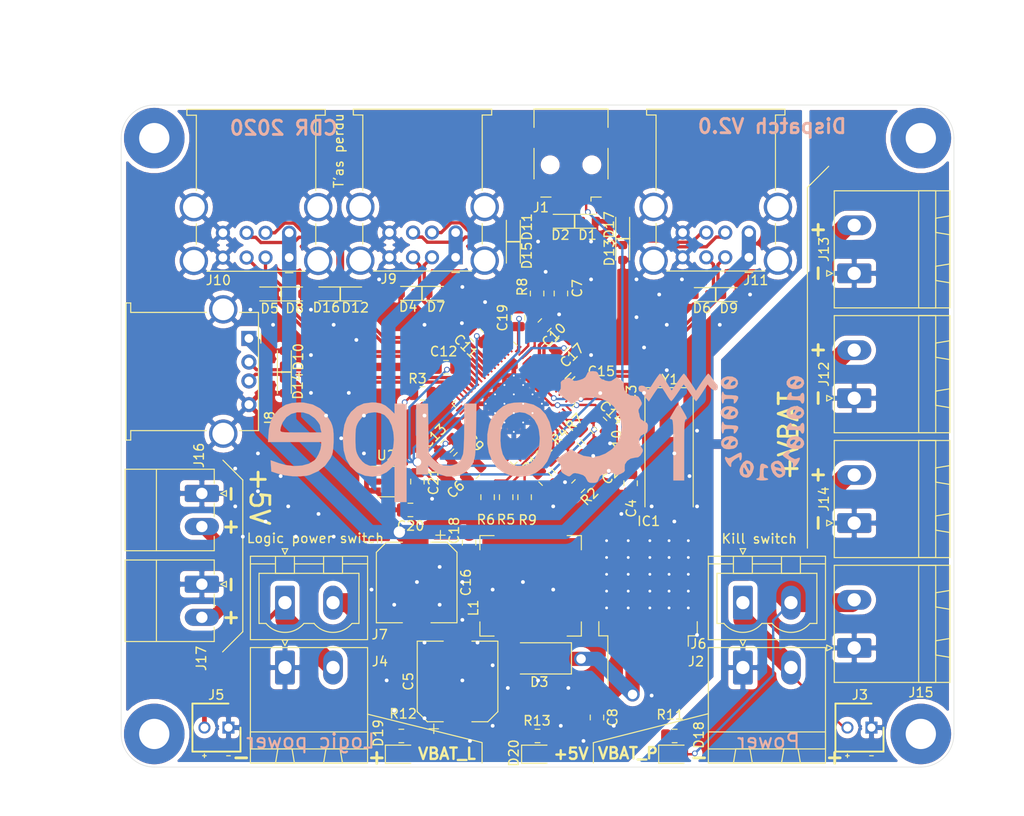
<source format=kicad_pcb>
(kicad_pcb (version 20171130) (host pcbnew "(5.1.4)-1")
  (layers (0 F.Cu signal) (31 B.Cu signal) (34 B.Paste user) (35 F.Paste user) (36 B.SilkS user) (37 F.SilkS user) (38 B.Mask user) (39 F.Mask user) (44 Edge.Cuts user))
  (net 0 "")
  (net 1 GND)
  (net 2 +5V)
  (net 3 +3V3)
  (net 4 "Net-(C3-Pad1)")
  (net 5 "Net-(C4-Pad1)")
  (net 6 /VBAT_LOGIC)
  (net 7 "Net-(J1-Pad4)")
  (net 8 /D+)
  (net 9 /D-)
  (net 10 /1_D-)
  (net 11 /1_D+)
  (net 12 /2_D-)
  (net 13 /2_D+)
  (net 14 /6_D+)
  (net 15 /6_D-)
  (net 16 /3_D-)
  (net 17 /3_D+)
  (net 18 /4_D-)
  (net 19 /4_D+)
  (net 20 /5_D-)
  (net 21 /5_D+)
  (net 22 /VBAT_PWR)
  (net 23 /7_D+)
  (net 24 /7_D-)
  (net 25 "Net-(D18-Pad1)")
  (net 26 "Net-(D19-Pad1)")
  (net 27 "Net-(D20-Pad1)")
  (net 28 /RESET_N)
  (net 29 /VBUS_DET)
  (net 30 "Net-(R5-Pad2)")
  (net 31 "Net-(C2-Pad1)")
  (net 32 "Net-(C6-Pad1)")
  (net 33 "Net-(C10-Pad1)")
  (net 34 "Net-(D3-Pad1)")
  (net 35 "Net-(J2-Pad2)")
  (net 36 "Net-(J4-Pad2)")
  (net 37 "Net-(R3-Pad2)")
  (net 38 "Net-(R6-Pad2)")
  (net 39 "Net-(R7-Pad2)")
  (net 40 "Net-(R8-Pad1)")
  (net 41 "Net-(R9-Pad1)")
  (net 42 "Net-(U1-Pad14)")
  (net 43 "Net-(U1-Pad15)")
  (net 44 "Net-(U1-Pad16)")
  (net 45 "Net-(U1-Pad17)")
  (net 46 "Net-(U1-Pad18)")
  (net 47 "Net-(U1-Pad20)")
  (net 48 "Net-(U1-Pad21)")
  (net 49 "Net-(U1-Pad22)")
  (net 50 "Net-(U1-Pad23)")
  (net 51 "Net-(U1-Pad26)")
  (net 52 "Net-(U1-Pad27)")
  (net 53 "Net-(U1-Pad28)")
  (net 54 "Net-(U1-Pad29)")
  (net 55 "Net-(U1-Pad30)")
  (net 56 "Net-(U1-Pad31)")
  (net 57 "Net-(U1-Pad32)")
  (net 58 "Net-(U1-Pad33)")
  (net 59 "Net-(U1-Pad34)")
  (net 60 "Net-(U1-Pad35)")
  (net 61 "Net-(U1-Pad36)")
  (net 62 "Net-(U1-Pad37)")
  (net 63 "Net-(U1-Pad38)")
  (net 64 "Net-(U1-Pad39)")
  (net 65 "Net-(U1-Pad47)")
  (net 66 "Net-(U1-Pad48)")
  (net 67 "Net-(U1-Pad49)")
  (net 68 "Net-(U1-Pad50)")
  (net 69 "Net-(U1-Pad51)")
  (net 70 "Net-(U2-Pad4)")
  (module Connector_Phoenix_MSTB:PhoenixContact_MSTBA_2,5_2-G-5,08_1x02_P5.08mm_Horizontal (layer F.Cu) (at 127.4635 81 90)
    (fp_text reference J12 (at 2.54 -3.2 90) (layer F.SilkS))
    (fp_text value Conn_01x02)
    (pad 2 thru_hole oval (at 5.08 0 90) (size 2.08 3.6) (drill 1.4) (layers *.Cu *.Mask) (net 22 /VBAT_PWR))
    (pad 1 thru_hole roundrect (at 0 0 90) (size 2.08 3.6) (drill 1.4) (layers *.Cu *.Mask) (roundrect_rratio 0.120192) (net 1 GND))
  )
  (module villanut_lib:logo_UTCoupe_Big (layer B.Cu) (at 94 85 180)
    (fp_text reference G*** hide)
    (fp_text value LOGO hide)
  )
  (module MountingHole:MountingHole_3.2mm_M3_Pad (layer F.Cu) (at 134.5 116.5)
    (fp_text reference REF** hide)
    (fp_text value MountingHole_3.2mm_M3_Pad)
    (pad 1 thru_hole circle (at 0 0) (size 6.4 6.4) (drill 3.2) (layers *.Cu *.Mask))
  )
  (module MountingHole:MountingHole_3.2mm_M3_Pad (layer F.Cu) (at 53.5 53.5)
    (fp_text reference REF** hide)
    (fp_text value MountingHole_3.2mm_M3_Pad)
    (pad 1 thru_hole circle (at 0 0) (size 6.4 6.4) (drill 3.2) (layers *.Cu *.Mask))
  )
  (module MountingHole:MountingHole_3.2mm_M3_Pad (layer F.Cu) (at 53.5 116.5)
    (fp_text reference REF** hide)
    (fp_text value MountingHole_3.2mm_M3_Pad)
    (pad 1 thru_hole circle (at 0 0) (size 6.4 6.4) (drill 3.2) (layers *.Cu *.Mask))
  )
  (module MountingHole:MountingHole_3.2mm_M3_Pad (layer F.Cu) (at 134.5 53.5)
    (fp_text reference REF** hide)
    (fp_text value MountingHole_3.2mm_M3_Pad)
    (pad 1 thru_hole circle (at 0 0) (size 6.4 6.4) (drill 3.2) (layers *.Cu *.Mask))
  )
  (module Capacitor_SMD:C_0805_2012Metric (layer F.Cu) (at 91.948 72.4916 90)
    (fp_text reference C19 (at 0 -1.65 90) (layer F.SilkS))
    (fp_text value 100nF)
    (pad 2 smd roundrect (at 0.9375 0 90) (size 0.975 1.4) (layers F.Cu F.Paste F.Mask) (net 1 GND))
    (pad 1 smd roundrect (at -0.9375 0 90) (size 0.975 1.4) (layers F.Cu F.Paste F.Mask) (net 3 +3V3))
  )
  (module Capacitor_SMD:C_0805_2012Metric (layer F.Cu) (at 96.5708 75.3364 45)
    (fp_text reference C17 (at -0.053882 1.580525 45) (layer F.SilkS))
    (fp_text value 100nF)
    (pad 1 smd roundrect (at -0.9375 0 45) (size 0.975 1.4) (layers F.Cu F.Paste F.Mask) (net 3 +3V3))
    (pad 2 smd roundrect (at 0.9375 0 45) (size 0.975 1.4) (layers F.Cu F.Paste F.Mask) (net 1 GND))
  )
  (module Package_DFN_QFN:QFN-64-1EP_9x9mm_P0.5mm_EP4.7x4.7mm_ThermalVias (layer F.Cu) (at 91.4908 81.5848 315)
    (fp_text reference U1 (at 2.721018 -6.025752 135) (layer F.SilkS))
    (fp_text value USB2517)
    (pad 65 smd roundrect (at 0 0 315) (size 4.7 4.7) (layers F.Cu F.Mask) (roundrect_rratio 0.053) (net 1 GND))
    (pad 65 thru_hole circle (at -2.1 -2.1 315) (size 0.5 0.5) (drill 0.2) (layers *.Cu) (net 1 GND))
    (pad 65 thru_hole circle (at -0.7 -2.1 315) (size 0.5 0.5) (drill 0.2) (layers *.Cu) (net 1 GND))
    (pad 65 thru_hole circle (at 0.7 -2.1 315) (size 0.5 0.5) (drill 0.2) (layers *.Cu) (net 1 GND))
    (pad 65 thru_hole circle (at 2.1 -2.1 315) (size 0.5 0.5) (drill 0.2) (layers *.Cu) (net 1 GND))
    (pad 65 thru_hole circle (at -2.1 -0.7 315) (size 0.5 0.5) (drill 0.2) (layers *.Cu) (net 1 GND))
    (pad 65 thru_hole circle (at -0.7 -0.7 315) (size 0.5 0.5) (drill 0.2) (layers *.Cu) (net 1 GND))
    (pad 65 thru_hole circle (at 0.7 -0.7 315) (size 0.5 0.5) (drill 0.2) (layers *.Cu) (net 1 GND))
    (pad 65 thru_hole circle (at 2.1 -0.7 315) (size 0.5 0.5) (drill 0.2) (layers *.Cu) (net 1 GND))
    (pad 65 thru_hole circle (at -2.1 0.7 315) (size 0.5 0.5) (drill 0.2) (layers *.Cu) (net 1 GND))
    (pad 65 thru_hole circle (at -0.7 0.7 315) (size 0.5 0.5) (drill 0.2) (layers *.Cu) (net 1 GND))
    (pad 65 thru_hole circle (at 0.7 0.7 315) (size 0.5 0.5) (drill 0.2) (layers *.Cu) (net 1 GND))
    (pad 65 thru_hole circle (at 2.1 0.7 315) (size 0.5 0.5) (drill 0.2) (layers *.Cu) (net 1 GND))
    (pad 65 thru_hole circle (at -2.1 2.1 315) (size 0.5 0.5) (drill 0.2) (layers *.Cu) (net 1 GND))
    (pad 65 thru_hole circle (at -0.7 2.1 315) (size 0.5 0.5) (drill 0.2) (layers *.Cu) (net 1 GND))
    (pad 65 thru_hole circle (at 0.7 2.1 315) (size 0.5 0.5) (drill 0.2) (layers *.Cu) (net 1 GND))
    (pad 65 thru_hole circle (at 2.1 2.1 315) (size 0.5 0.5) (drill 0.2) (layers *.Cu) (net 1 GND))
    (pad 65 smd roundrect (at 0 0 315) (size 4.7 4.7) (layers B.Cu) (roundrect_rratio 0.053) (net 1 GND))
    (pad 1 smd roundrect (at -4.4125 -3.75 315) (size 0.875 0.2) (layers F.Cu F.Paste F.Mask) (net 10 /1_D-))
    (pad 2 smd roundrect (at -4.4125 -3.25 315) (size 0.875 0.2) (layers F.Cu F.Paste F.Mask) (net 11 /1_D+))
    (pad 3 smd roundrect (at -4.4125 -2.75 315) (size 0.875 0.2) (layers F.Cu F.Paste F.Mask) (net 12 /2_D-))
    (pad 4 smd roundrect (at -4.4125 -2.25 315) (size 0.875 0.2) (layers F.Cu F.Paste F.Mask) (net 13 /2_D+))
    (pad 5 smd roundrect (at -4.4125 -1.75 315) (size 0.875 0.2) (layers F.Cu F.Paste F.Mask) (net 3 +3V3))
    (pad 6 smd roundrect (at -4.4125 -1.25 315) (size 0.875 0.2) (layers F.Cu F.Paste F.Mask) (net 16 /3_D-))
    (pad 7 smd roundrect (at -4.4125 -0.75 315) (size 0.875 0.2) (layers F.Cu F.Paste F.Mask) (net 17 /3_D+))
    (pad 8 smd roundrect (at -4.4125 -0.25 315) (size 0.875 0.2) (layers F.Cu F.Paste F.Mask) (net 18 /4_D-))
    (pad 9 smd roundrect (at -4.4125 0.25 315) (size 0.875 0.2) (layers F.Cu F.Paste F.Mask) (net 19 /4_D+))
    (pad 10 smd roundrect (at -4.4125 0.75 315) (size 0.875 0.2) (layers F.Cu F.Paste F.Mask) (net 3 +3V3))
    (pad 11 smd roundrect (at -4.4125 1.25 315) (size 0.875 0.2) (layers F.Cu F.Paste F.Mask) (net 20 /5_D-))
    (pad 12 smd roundrect (at -4.4125 1.75 315) (size 0.875 0.2) (layers F.Cu F.Paste F.Mask) (net 21 /5_D+))
    (pad 13 smd roundrect (at -4.4125 2.25 315) (size 0.875 0.2) (layers F.Cu F.Paste F.Mask) (net 37 "Net-(R3-Pad2)"))
    (pad 14 smd roundrect (at -4.4125 2.75 315) (size 0.875 0.2) (layers F.Cu F.Paste F.Mask) (net 42 "Net-(U1-Pad14)"))
    (pad 15 smd roundrect (at -4.4125 3.25 315) (size 0.875 0.2) (layers F.Cu F.Paste F.Mask) (net 43 "Net-(U1-Pad15)"))
    (pad 16 smd roundrect (at -4.4125 3.75 315) (size 0.875 0.2) (layers F.Cu F.Paste F.Mask) (net 44 "Net-(U1-Pad16)"))
    (pad 17 smd roundrect (at -3.75 4.4125 315) (size 0.2 0.875) (layers F.Cu F.Paste F.Mask) (net 45 "Net-(U1-Pad17)"))
    (pad 18 smd roundrect (at -3.25 4.4125 315) (size 0.2 0.875) (layers F.Cu F.Paste F.Mask) (net 46 "Net-(U1-Pad18)"))
    (pad 19 smd roundrect (at -2.75 4.4125 315) (size 0.2 0.875) (layers F.Cu F.Paste F.Mask) (net 1 GND))
    (pad 20 smd roundrect (at -2.25 4.4125 315) (size 0.2 0.875) (layers F.Cu F.Paste F.Mask) (net 47 "Net-(U1-Pad20)"))
    (pad 21 smd roundrect (at -1.75 4.4125 315) (size 0.2 0.875) (layers F.Cu F.Paste F.Mask) (net 48 "Net-(U1-Pad21)"))
    (pad 22 smd roundrect (at -1.25 4.4125 315) (size 0.2 0.875) (layers F.Cu F.Paste F.Mask) (net 49 "Net-(U1-Pad22)"))
    (pad 23 smd roundrect (at -0.75 4.4125 315) (size 0.2 0.875) (layers F.Cu F.Paste F.Mask) (net 50 "Net-(U1-Pad23)"))
    (pad 24 smd roundrect (at -0.25 4.4125 315) (size 0.2 0.875) (layers F.Cu F.Paste F.Mask) (net 3 +3V3))
    (pad 25 smd roundrect (at 0.25 4.4125 315) (size 0.2 0.875) (layers F.Cu F.Paste F.Mask) (net 32 "Net-(C6-Pad1)"))
    (pad 26 smd roundrect (at 0.75 4.4125 315) (size 0.2 0.875) (layers F.Cu F.Paste F.Mask) (net 51 "Net-(U1-Pad26)"))
    (pad 27 smd roundrect (at 1.25 4.4125 315) (size 0.2 0.875) (layers F.Cu F.Paste F.Mask) (net 52 "Net-(U1-Pad27)"))
    (pad 28 smd roundrect (at 1.75 4.4125 315) (size 0.2 0.875) (layers F.Cu F.Paste F.Mask) (net 53 "Net-(U1-Pad28)"))
    (pad 29 smd roundrect (at 2.25 4.4125 315) (size 0.2 0.875) (layers F.Cu F.Paste F.Mask) (net 54 "Net-(U1-Pad29)"))
    (pad 30 smd roundrect (at 2.75 4.4125 315) (size 0.2 0.875) (layers F.Cu F.Paste F.Mask) (net 55 "Net-(U1-Pad30)"))
    (pad 31 smd roundrect (at 3.25 4.4125 315) (size 0.2 0.875) (layers F.Cu F.Paste F.Mask) (net 56 "Net-(U1-Pad31)"))
    (pad 32 smd roundrect (at 3.75 4.4125 315) (size 0.2 0.875) (layers F.Cu F.Paste F.Mask) (net 57 "Net-(U1-Pad32)"))
    (pad 33 smd roundrect (at 4.4125 3.75 315) (size 0.875 0.2) (layers F.Cu F.Paste F.Mask) (net 58 "Net-(U1-Pad33)"))
    (pad 34 smd roundrect (at 4.4125 3.25 315) (size 0.875 0.2) (layers F.Cu F.Paste F.Mask) (net 59 "Net-(U1-Pad34)"))
    (pad 35 smd roundrect (at 4.4125 2.75 315) (size 0.875 0.2) (layers F.Cu F.Paste F.Mask) (net 60 "Net-(U1-Pad35)"))
    (pad 36 smd roundrect (at 4.4125 2.25 315) (size 0.875 0.2) (layers F.Cu F.Paste F.Mask) (net 61 "Net-(U1-Pad36)"))
    (pad 37 smd roundrect (at 4.4125 1.75 315) (size 0.875 0.2) (layers F.Cu F.Paste F.Mask) (net 62 "Net-(U1-Pad37)"))
    (pad 38 smd roundrect (at 4.4125 1.25 315) (size 0.875 0.2) (layers F.Cu F.Paste F.Mask) (net 63 "Net-(U1-Pad38)"))
    (pad 39 smd roundrect (at 4.4125 0.75 315) (size 0.875 0.2) (layers F.Cu F.Paste F.Mask) (net 64 "Net-(U1-Pad39)"))
    (pad 40 smd roundrect (at 4.4125 0.25 315) (size 0.875 0.2) (layers F.Cu F.Paste F.Mask) (net 38 "Net-(R6-Pad2)"))
    (pad 41 smd roundrect (at 4.4125 -0.25 315) (size 0.875 0.2) (layers F.Cu F.Paste F.Mask) (net 30 "Net-(R5-Pad2)"))
    (pad 42 smd roundrect (at 4.4125 -0.75 315) (size 0.875 0.2) (layers F.Cu F.Paste F.Mask) (net 41 "Net-(R9-Pad1)"))
    (pad 43 smd roundrect (at 4.4125 -1.25 315) (size 0.875 0.2) (layers F.Cu F.Paste F.Mask) (net 28 /RESET_N))
    (pad 44 smd roundrect (at 4.4125 -1.75 315) (size 0.875 0.2) (layers F.Cu F.Paste F.Mask) (net 29 /VBUS_DET))
    (pad 45 smd roundrect (at 4.4125 -2.25 315) (size 0.875 0.2) (layers F.Cu F.Paste F.Mask) (net 39 "Net-(R7-Pad2)"))
    (pad 46 smd roundrect (at 4.4125 -2.75 315) (size 0.875 0.2) (layers F.Cu F.Paste F.Mask) (net 3 +3V3))
    (pad 47 smd roundrect (at 4.4125 -3.25 315) (size 0.875 0.2) (layers F.Cu F.Paste F.Mask) (net 65 "Net-(U1-Pad47)"))
    (pad 48 smd roundrect (at 4.4125 -3.75 315) (size 0.875 0.2) (layers F.Cu F.Paste F.Mask) (net 66 "Net-(U1-Pad48)"))
    (pad 49 smd roundrect (at 3.75 -4.4125 315) (size 0.2 0.875) (layers F.Cu F.Paste F.Mask) (net 67 "Net-(U1-Pad49)"))
    (pad 50 smd roundrect (at 3.25 -4.4125 315) (size 0.2 0.875) (layers F.Cu F.Paste F.Mask) (net 68 "Net-(U1-Pad50)"))
    (pad 51 smd roundrect (at 2.75 -4.4125 315) (size 0.2 0.875) (layers F.Cu F.Paste F.Mask) (net 69 "Net-(U1-Pad51)"))
    (pad 52 smd roundrect (at 2.25 -4.4125 315) (size 0.2 0.875) (layers F.Cu F.Paste F.Mask) (net 3 +3V3))
    (pad 53 smd roundrect (at 1.75 -4.4125 315) (size 0.2 0.875) (layers F.Cu F.Paste F.Mask) (net 15 /6_D-))
    (pad 54 smd roundrect (at 1.25 -4.4125 315) (size 0.2 0.875) (layers F.Cu F.Paste F.Mask) (net 14 /6_D+))
    (pad 55 smd roundrect (at 0.75 -4.4125 315) (size 0.2 0.875) (layers F.Cu F.Paste F.Mask) (net 24 /7_D-))
    (pad 56 smd roundrect (at 0.25 -4.4125 315) (size 0.2 0.875) (layers F.Cu F.Paste F.Mask) (net 23 /7_D+))
    (pad 57 smd roundrect (at -0.25 -4.4125 315) (size 0.2 0.875) (layers F.Cu F.Paste F.Mask) (net 3 +3V3))
    (pad 58 smd roundrect (at -0.75 -4.4125 315) (size 0.2 0.875) (layers F.Cu F.Paste F.Mask) (net 9 /D-))
    (pad 59 smd roundrect (at -1.25 -4.4125 315) (size 0.2 0.875) (layers F.Cu F.Paste F.Mask) (net 8 /D+))
    (pad 60 smd roundrect (at -1.75 -4.4125 315) (size 0.2 0.875) (layers F.Cu F.Paste F.Mask) (net 4 "Net-(C3-Pad1)"))
    (pad 61 smd roundrect (at -2.25 -4.4125 315) (size 0.2 0.875) (layers F.Cu F.Paste F.Mask) (net 5 "Net-(C4-Pad1)"))
    (pad 62 smd roundrect (at -2.75 -4.4125 315) (size 0.2 0.875) (layers F.Cu F.Paste F.Mask) (net 33 "Net-(C10-Pad1)"))
    (pad 63 smd roundrect (at -3.25 -4.4125 315) (size 0.2 0.875) (layers F.Cu F.Paste F.Mask) (net 40 "Net-(R8-Pad1)"))
    (pad 64 smd roundrect (at -3.75 -4.4125 315) (size 0.2 0.875) (layers F.Cu F.Paste F.Mask) (net 3 +3V3))
  )
  (module Package_TO_SOT_SMD:SOT-23-5 (layer F.Cu) (at 78.0034 89.8144)
    (fp_text reference U2 (at 0.0127 -2.7686) (layer F.SilkS))
    (fp_text value MIC5504-3.3YM5)
    (pad 5 smd rect (at 1.1 -0.95) (size 1.06 0.65) (layers F.Cu F.Paste F.Mask) (net 3 +3V3))
    (pad 4 smd rect (at 1.1 0.95) (size 1.06 0.65) (layers F.Cu F.Paste F.Mask) (net 70 "Net-(U2-Pad4)"))
    (pad 3 smd rect (at -1.1 0.95) (size 1.06 0.65) (layers F.Cu F.Paste F.Mask) (net 2 +5V))
    (pad 2 smd rect (at -1.1 0) (size 1.06 0.65) (layers F.Cu F.Paste F.Mask) (net 1 GND))
    (pad 1 smd rect (at -1.1 -0.95) (size 1.06 0.65) (layers F.Cu F.Paste F.Mask) (net 2 +5V))
  )
  (module Resistor_SMD:R_0805_2012Metric (layer F.Cu) (at 92.6338 91.4654 270)
    (fp_text reference R9 (at 2.413 -0.3175 180) (layer F.SilkS))
    (fp_text value 10k)
    (pad 2 smd roundrect (at 0.9375 0 270) (size 0.975 1.4) (layers F.Cu F.Paste F.Mask) (net 1 GND))
    (pad 1 smd roundrect (at -0.9375 0 270) (size 0.975 1.4) (layers F.Cu F.Paste F.Mask) (net 41 "Net-(R9-Pad1)"))
  )
  (module Resistor_SMD:R_0805_2012Metric (layer F.Cu) (at 99.2632 85.0646 135)
    (fp_text reference R7 (at 2.038518 0.098783 225) (layer F.SilkS))
    (fp_text value 10k)
    (pad 2 smd roundrect (at 0.9375 0 135) (size 0.975 1.4) (layers F.Cu F.Paste F.Mask) (net 39 "Net-(R7-Pad2)"))
    (pad 1 smd roundrect (at -0.9375 0 135) (size 0.975 1.4) (layers F.Cu F.Paste F.Mask) (net 3 +3V3))
  )
  (module Resistor_SMD:R_0805_2012Metric (layer F.Cu) (at 88.7222 91.4654 90)
    (fp_text reference R6 (at -2.3749 -0.1778 180) (layer F.SilkS))
    (fp_text value 10k)
    (pad 2 smd roundrect (at 0.9375 0 90) (size 0.975 1.4) (layers F.Cu F.Paste F.Mask) (net 38 "Net-(R6-Pad2)"))
    (pad 1 smd roundrect (at -0.9375 0 90) (size 0.975 1.4) (layers F.Cu F.Paste F.Mask) (net 3 +3V3))
  )
  (module Resistor_SMD:R_0805_2012Metric (layer F.Cu) (at 90.68363 91.46233 90)
    (fp_text reference R5 (at -2.36527 -0.01833 180) (layer F.SilkS))
    (fp_text value 10k)
    (pad 2 smd roundrect (at 0.9375 0 90) (size 0.975 1.4) (layers F.Cu F.Paste F.Mask) (net 30 "Net-(R5-Pad2)"))
    (pad 1 smd roundrect (at -0.9375 0 90) (size 0.975 1.4) (layers F.Cu F.Paste F.Mask) (net 3 +3V3))
  )
  (module Resistor_SMD:R_0805_2012Metric (layer F.Cu) (at 97.8916 86.4362 135)
    (fp_text reference R4 (at 2.128321 -0.062862 225) (layer F.SilkS))
    (fp_text value 100k)
    (pad 2 smd roundrect (at 0.9375 0 135) (size 0.975 1.4) (layers F.Cu F.Paste F.Mask) (net 29 /VBUS_DET))
    (pad 1 smd roundrect (at -0.9375 0 135) (size 0.975 1.4) (layers F.Cu F.Paste F.Mask) (net 1 GND))
  )
  (module Resistor_SMD:R_0805_2012Metric (layer F.Cu) (at 81.8388 80.4926)
    (fp_text reference R3 (at -0.5207 -1.5621) (layer F.SilkS))
    (fp_text value 10k)
    (pad 2 smd roundrect (at 0.9375 0) (size 0.975 1.4) (layers F.Cu F.Paste F.Mask) (net 37 "Net-(R3-Pad2)"))
    (pad 1 smd roundrect (at -0.9375 0) (size 0.975 1.4) (layers F.Cu F.Paste F.Mask) (net 3 +3V3))
  )
  (module Resistor_SMD:R_0805_2012Metric (layer F.Cu) (at 93.9546 69.9262 90)
    (fp_text reference R8 (at 0.6985 -1.5748 90) (layer F.SilkS))
    (fp_text value 12k)
    (pad 2 smd roundrect (at 0.9375 0 90) (size 0.975 1.4) (layers F.Cu F.Paste F.Mask) (net 1 GND))
    (pad 1 smd roundrect (at -0.9375 0 90) (size 0.975 1.4) (layers F.Cu F.Paste F.Mask) (net 40 "Net-(R8-Pad1)"))
  )
  (module Resistor_SMD:R_0805_2012Metric (layer F.Cu) (at 98.298 90.297 45)
    (fp_text reference R2 (at 0.062862 1.625426 45) (layer F.SilkS))
    (fp_text value 100k)
    (pad 2 smd roundrect (at 0.9375 0 45) (size 0.975 1.4) (layers F.Cu F.Paste F.Mask) (net 31 "Net-(C2-Pad1)"))
    (pad 1 smd roundrect (at -0.9375 0 45) (size 0.975 1.4) (layers F.Cu F.Paste F.Mask) (net 29 /VBUS_DET))
  )
  (module Resistor_SMD:R_0805_2012Metric (layer F.Cu) (at 94.82713 89.53477 315)
    (fp_text reference R1 (at -2.134473 -0.038424 225) (layer F.SilkS))
    (fp_text value 100k)
    (pad 2 smd roundrect (at 0.9375 0 315) (size 0.975 1.4) (layers F.Cu F.Paste F.Mask) (net 3 +3V3))
    (pad 1 smd roundrect (at -0.9375 0 315) (size 0.975 1.4) (layers F.Cu F.Paste F.Mask) (net 28 /RESET_N))
  )
  (module Capacitor_SMD:C_0805_2012Metric (layer F.Cu) (at 85.8266 87.4268 225)
    (fp_text reference C9 (at -2.307926 0.116743 135) (layer F.SilkS))
    (fp_text value 100nF)
    (pad 2 smd roundrect (at 0.9375 0 225) (size 0.975 1.4) (layers F.Cu F.Paste F.Mask) (net 1 GND))
    (pad 1 smd roundrect (at -0.9375 0 225) (size 0.975 1.4) (layers F.Cu F.Paste F.Mask) (net 32 "Net-(C6-Pad1)"))
  )
  (module Capacitor_SMD:C_0805_2012Metric (layer F.Cu) (at 94.742 73.279 45)
    (fp_text reference C10 (at -0.044901 1.445821 45) (layer F.SilkS))
    (fp_text value 100nF)
    (pad 1 smd roundrect (at -0.9375 0 45) (size 0.975 1.4) (layers F.Cu F.Paste F.Mask) (net 33 "Net-(C10-Pad1)"))
    (pad 2 smd roundrect (at 0.9375 0 45) (size 0.975 1.4) (layers F.Cu F.Paste F.Mask) (net 1 GND))
  )
  (module Capacitor_SMD:C_0805_2012Metric (layer F.Cu) (at 87.1982 88.7984 225)
    (fp_text reference C6 (at 2.613255 -0.00898 45) (layer F.SilkS))
    (fp_text value 1uF)
    (pad 2 smd roundrect (at 0.9375 0 225) (size 0.975 1.4) (layers F.Cu F.Paste F.Mask) (net 1 GND))
    (pad 1 smd roundrect (at -0.9375 0 225) (size 0.975 1.4) (layers F.Cu F.Paste F.Mask) (net 32 "Net-(C6-Pad1)"))
  )
  (module Capacitor_SMD:C_0805_2012Metric (layer F.Cu) (at 96.4692 69.9262 90)
    (fp_text reference C7 (at 0.5461 1.7272 90) (layer F.SilkS))
    (fp_text value 1uF)
    (pad 2 smd roundrect (at 0.9375 0 90) (size 0.975 1.4) (layers F.Cu F.Paste F.Mask) (net 1 GND))
    (pad 1 smd roundrect (at -0.9375 0 90) (size 0.975 1.4) (layers F.Cu F.Paste F.Mask) (net 33 "Net-(C10-Pad1)"))
  )
  (module Capacitor_SMD:C_0805_2012Metric (layer F.Cu) (at 96.192129 88.169771 315)
    (fp_text reference C1 (at -2.116512 0.077964 225) (layer F.SilkS))
    (fp_text value 100nF)
    (pad 2 smd roundrect (at 0.9375 0 315) (size 0.975 1.4) (layers F.Cu F.Paste F.Mask) (net 1 GND))
    (pad 1 smd roundrect (at -0.9375 0 315) (size 0.975 1.4) (layers F.Cu F.Paste F.Mask) (net 28 /RESET_N))
  )
  (module Capacitor_SMD:C_0805_2012Metric (layer F.Cu) (at 100.7364 79.8068)
    (fp_text reference C15 (at 0 -1.65) (layer F.SilkS))
    (fp_text value 100nF)
    (pad 2 smd roundrect (at 0.9375 0) (size 0.975 1.4) (layers F.Cu F.Paste F.Mask) (net 1 GND))
    (pad 1 smd roundrect (at -0.9375 0) (size 0.975 1.4) (layers F.Cu F.Paste F.Mask) (net 3 +3V3))
  )
  (module Capacitor_SMD:C_0805_2012Metric (layer F.Cu) (at 100.6348 83.693 315)
    (fp_text reference C14 (at 0 -1.65 135) (layer F.SilkS))
    (fp_text value 100nF)
    (pad 2 smd roundrect (at 0.9375 0 315) (size 0.975 1.4) (layers F.Cu F.Paste F.Mask) (net 1 GND))
    (pad 1 smd roundrect (at -0.9375 0 315) (size 0.975 1.4) (layers F.Cu F.Paste F.Mask) (net 3 +3V3))
  )
  (module Capacitor_SMD:C_0805_2012Metric (layer F.Cu) (at 84.455 86.0552 225)
    (fp_text reference C13 (at 0.215526 1.688288 45) (layer F.SilkS))
    (fp_text value 100nF)
    (pad 2 smd roundrect (at 0.9375 0 225) (size 0.975 1.4) (layers F.Cu F.Paste F.Mask) (net 1 GND))
    (pad 1 smd roundrect (at -0.9375 0 225) (size 0.975 1.4) (layers F.Cu F.Paste F.Mask) (net 3 +3V3))
  )
  (module Capacitor_SMD:C_0805_2012Metric (layer F.Cu) (at 84.328 77.724 180)
    (fp_text reference C12 (at 0.254 1.6637) (layer F.SilkS))
    (fp_text value 100nF)
    (pad 2 smd roundrect (at 0.9375 0 180) (size 0.975 1.4) (layers F.Cu F.Paste F.Mask) (net 1 GND))
    (pad 1 smd roundrect (at -0.9375 0 180) (size 0.975 1.4) (layers F.Cu F.Paste F.Mask) (net 3 +3V3))
  )
  (module Capacitor_SMD:C_0805_2012Metric (layer F.Cu) (at 87.5792 74.3204 135)
    (fp_text reference C11 (at 0 -1.65 135) (layer F.SilkS))
    (fp_text value 100nF)
    (pad 2 smd roundrect (at 0.9375 0 135) (size 0.975 1.4) (layers F.Cu F.Paste F.Mask) (net 1 GND))
    (pad 1 smd roundrect (at -0.9375 0 135) (size 0.975 1.4) (layers F.Cu F.Paste F.Mask) (net 3 +3V3))
  )
  (module Capacitor_SMD:C_0805_2012Metric (layer F.Cu) (at 100.711 87.884 45)
    (fp_text reference C2 (at -0.224506 1.643387 45) (layer F.SilkS))
    (fp_text value 1uF)
    (pad 2 smd roundrect (at 0.9375 0 45) (size 0.975 1.4) (layers F.Cu F.Paste F.Mask) (net 1 GND))
    (pad 1 smd roundrect (at -0.9375 0 45) (size 0.975 1.4) (layers F.Cu F.Paste F.Mask) (net 31 "Net-(C2-Pad1)"))
  )
  (module Capacitor_SMD:C_0805_2012Metric (layer F.Cu) (at 81.3054 89.8144 270)
    (fp_text reference C21 (at -0.0127 -1.7018 90) (layer F.SilkS))
    (fp_text value 1uF)
    (pad 2 smd roundrect (at 0.9375 0 270) (size 0.975 1.4) (layers F.Cu F.Paste F.Mask) (net 1 GND))
    (pad 1 smd roundrect (at -0.9375 0 270) (size 0.975 1.4) (layers F.Cu F.Paste F.Mask) (net 3 +3V3))
  )
  (module Capacitor_SMD:C_0805_2012Metric (layer F.Cu) (at 80.5688 92.8116)
    (fp_text reference C20 (at 0.0127 1.6891) (layer F.SilkS))
    (fp_text value 1uF)
    (pad 2 smd roundrect (at 0.9375 0) (size 0.975 1.4) (layers F.Cu F.Paste F.Mask) (net 1 GND))
    (pad 1 smd roundrect (at -0.9375 0) (size 0.975 1.4) (layers F.Cu F.Paste F.Mask) (net 2 +5V))
  )
  (module Crystal:Crystal_SMD_HC49-SD (layer F.Cu) (at 107.8992 86.5886 270)
    (fp_text reference Y1 (at -7.5692 -0.0889) (layer F.SilkS))
    (fp_text value 24M)
    (pad 2 smd rect (at 4.25 0 270) (size 4.5 2) (layers F.Cu F.Paste F.Mask) (net 5 "Net-(C4-Pad1)"))
    (pad 1 smd rect (at -4.25 0 270) (size 4.5 2) (layers F.Cu F.Paste F.Mask) (net 4 "Net-(C3-Pad1)"))
  )
  (module Resistor_SMD:R_0805_2012Metric (layer F.Cu) (at 103.8352 86.5886 270)
    (fp_text reference R10 (at -0.8128 1.4605 90) (layer F.SilkS))
    (fp_text value 1M)
    (pad 2 smd roundrect (at 0.9375 0 270) (size 0.975 1.4) (layers F.Cu F.Paste F.Mask) (net 5 "Net-(C4-Pad1)"))
    (pad 1 smd roundrect (at -0.9375 0 270) (size 0.975 1.4) (layers F.Cu F.Paste F.Mask) (net 4 "Net-(C3-Pad1)"))
  )
  (module Capacitor_SMD:C_0805_2012Metric (layer F.Cu) (at 103.8352 89.9922 270)
    (fp_text reference C4 (at 2.6543 -0.0635 90) (layer F.SilkS))
    (fp_text value 33pF)
    (pad 2 smd roundrect (at 0.9375 0 270) (size 0.975 1.4) (layers F.Cu F.Paste F.Mask) (net 1 GND))
    (pad 1 smd roundrect (at -0.9375 0 270) (size 0.975 1.4) (layers F.Cu F.Paste F.Mask) (net 5 "Net-(C4-Pad1)"))
  )
  (module Capacitor_SMD:C_0805_2012Metric (layer F.Cu) (at 103.8352 83.185 90)
    (fp_text reference C3 (at 2.6543 0.0889 90) (layer F.SilkS))
    (fp_text value 33pF)
    (pad 2 smd roundrect (at 0.9375 0 90) (size 0.975 1.4) (layers F.Cu F.Paste F.Mask) (net 1 GND))
    (pad 1 smd roundrect (at -0.9375 0 90) (size 0.975 1.4) (layers F.Cu F.Paste F.Mask) (net 4 "Net-(C3-Pad1)"))
  )
  (module Diode_SMD:D_0603_1608Metric (layer F.Cu) (at 65.4431 69.977 180)
    (fp_text reference D5 (at -0.254 -1.5367) (layer F.SilkS))
    (fp_text value CG0603MLC-3.3LEA)
    (pad 2 smd roundrect (at 0.7875 0 180) (size 0.875 0.95) (layers F.Cu F.Paste F.Mask) (net 1 GND))
    (pad 1 smd roundrect (at -0.7875 0 180) (size 0.875 0.95) (layers F.Cu F.Paste F.Mask) (net 19 /4_D+))
  )
  (module Diode_SMD:D_0603_1608Metric (layer F.Cu) (at 91.44 65.913 270)
    (fp_text reference D15 (at 0 -1.43 90) (layer F.SilkS))
    (fp_text value CG0603MLC-3.3LEA)
    (pad 2 smd roundrect (at 0.7875 0 270) (size 0.875 0.95) (layers F.Cu F.Paste F.Mask) (net 1 GND))
    (pad 1 smd roundrect (at -0.7875 0 270) (size 0.875 0.95) (layers F.Cu F.Paste F.Mask) (net 11 /1_D+))
  )
  (module Diode_SMD:D_0603_1608Metric (layer F.Cu) (at 102.997 62.6745 90)
    (fp_text reference D17 (at 0 -1.43 90) (layer F.SilkS))
    (fp_text value CG0603MLC-3.3LEA)
    (pad 2 smd roundrect (at 0.7875 0 90) (size 0.875 0.95) (layers F.Cu F.Paste F.Mask) (net 1 GND))
    (pad 1 smd roundrect (at -0.7875 0 90) (size 0.875 0.95) (layers F.Cu F.Paste F.Mask) (net 23 /7_D+))
  )
  (module Diode_SMD:D_0603_1608Metric (layer F.Cu) (at 71.6915 69.977 180)
    (fp_text reference D16 (at 0 -1.43) (layer F.SilkS))
    (fp_text value CG0603MLC-3.3LEA)
    (pad 2 smd roundrect (at 0.7875 0 180) (size 0.875 0.95) (layers F.Cu F.Paste F.Mask) (net 1 GND))
    (pad 1 smd roundrect (at -0.7875 0 180) (size 0.875 0.95) (layers F.Cu F.Paste F.Mask) (net 17 /3_D+))
  )
  (module Diode_SMD:D_0603_1608Metric (layer F.Cu) (at 67.2465 79.6925 270)
    (fp_text reference D14 (at 0 -1.43 90) (layer F.SilkS))
    (fp_text value CG0603MLC-3.3LEA)
    (pad 2 smd roundrect (at 0.7875 0 270) (size 0.875 0.95) (layers F.Cu F.Paste F.Mask) (net 1 GND))
    (pad 1 smd roundrect (at -0.7875 0 270) (size 0.875 0.95) (layers F.Cu F.Paste F.Mask) (net 21 /5_D+))
  )
  (module Diode_SMD:D_0603_1608Metric (layer F.Cu) (at 102.997 65.5955 270)
    (fp_text reference D13 (at 0 1.4097 90) (layer F.SilkS))
    (fp_text value CG0603MLC-3.3LEA)
    (pad 2 smd roundrect (at 0.7875 0 270) (size 0.875 0.95) (layers F.Cu F.Paste F.Mask) (net 1 GND))
    (pad 1 smd roundrect (at -0.7875 0 270) (size 0.875 0.95) (layers F.Cu F.Paste F.Mask) (net 24 /7_D-))
  )
  (module Diode_SMD:D_0603_1608Metric (layer F.Cu) (at 74.6125 69.977)
    (fp_text reference D12 (at 0.127 1.4478) (layer F.SilkS))
    (fp_text value CG0603MLC-3.3LEA)
    (pad 2 smd roundrect (at 0.7875 0) (size 0.875 0.95) (layers F.Cu F.Paste F.Mask) (net 1 GND))
    (pad 1 smd roundrect (at -0.7875 0) (size 0.875 0.95) (layers F.Cu F.Paste F.Mask) (net 16 /3_D-))
  )
  (module Diode_SMD:D_0603_1608Metric (layer F.Cu) (at 91.44 62.992 90)
    (fp_text reference D11 (at 0.1016 1.4478 90) (layer F.SilkS))
    (fp_text value CG0603MLC-3.3LEA)
    (pad 2 smd roundrect (at 0.7875 0 90) (size 0.875 0.95) (layers F.Cu F.Paste F.Mask) (net 1 GND))
    (pad 1 smd roundrect (at -0.7875 0 90) (size 0.875 0.95) (layers F.Cu F.Paste F.Mask) (net 10 /1_D-))
  )
  (module Diode_SMD:D_0603_1608Metric (layer F.Cu) (at 67.2465 76.7715 90)
    (fp_text reference D10 (at 0.1397 1.4732 90) (layer F.SilkS))
    (fp_text value CG0603MLC-3.3LEA)
    (pad 2 smd roundrect (at 0.7875 0 90) (size 0.875 0.95) (layers F.Cu F.Paste F.Mask) (net 1 GND))
    (pad 1 smd roundrect (at -0.7875 0 90) (size 0.875 0.95) (layers F.Cu F.Paste F.Mask) (net 20 /5_D-))
  )
  (module Diode_SMD:D_0603_1608Metric (layer F.Cu) (at 114.2873 70.0405)
    (fp_text reference D9 (at -0.0762 1.4478) (layer F.SilkS))
    (fp_text value CG0603MLC-3.3LEA)
    (pad 1 smd roundrect (at -0.7875 0) (size 0.875 0.95) (layers F.Cu F.Paste F.Mask) (net 15 /6_D-))
    (pad 2 smd roundrect (at 0.7875 0) (size 0.875 0.95) (layers F.Cu F.Paste F.Mask) (net 1 GND))
  )
  (module Diode_SMD:D_0603_1608Metric (layer F.Cu) (at 68.3641 69.977)
    (fp_text reference D8 (at -0.0254 1.5113) (layer F.SilkS))
    (fp_text value CG0603MLC-3.3LEA)
    (pad 2 smd roundrect (at 0.7875 0) (size 0.875 0.95) (layers F.Cu F.Paste F.Mask) (net 1 GND))
    (pad 1 smd roundrect (at -0.7875 0) (size 0.875 0.95) (layers F.Cu F.Paste F.Mask) (net 18 /4_D-))
  )
  (module Diode_SMD:D_0603_1608Metric (layer F.Cu) (at 83.2485 69.9135)
    (fp_text reference D7 (at 0.0254 1.4351) (layer F.SilkS))
    (fp_text value CG0603MLC-3.3LEA)
    (pad 2 smd roundrect (at 0.7875 0) (size 0.875 0.95) (layers F.Cu F.Paste F.Mask) (net 1 GND))
    (pad 1 smd roundrect (at -0.7875 0) (size 0.875 0.95) (layers F.Cu F.Paste F.Mask) (net 12 /2_D-))
  )
  (module Diode_SMD:D_0603_1608Metric (layer F.Cu) (at 111.3663 70.0405 180)
    (fp_text reference D6 (at 0 -1.43) (layer F.SilkS))
    (fp_text value CG0603MLC-3.3LEA)
    (pad 1 smd roundrect (at -0.7875 0 180) (size 0.875 0.95) (layers F.Cu F.Paste F.Mask) (net 14 /6_D+))
    (pad 2 smd roundrect (at 0.7875 0 180) (size 0.875 0.95) (layers F.Cu F.Paste F.Mask) (net 1 GND))
  )
  (module Diode_SMD:D_0603_1608Metric (layer F.Cu) (at 80.3275 69.9135 180)
    (fp_text reference D4 (at 0 -1.43) (layer F.SilkS))
    (fp_text value CG0603MLC-3.3LEA)
    (pad 2 smd roundrect (at 0.7875 0 180) (size 0.875 0.95) (layers F.Cu F.Paste F.Mask) (net 1 GND))
    (pad 1 smd roundrect (at -0.7875 0 180) (size 0.875 0.95) (layers F.Cu F.Paste F.Mask) (net 13 /2_D+))
  )
  (module Diode_SMD:D_0603_1608Metric (layer F.Cu) (at 96.4565 62.2935 180)
    (fp_text reference D2 (at 0.0381 -1.4478) (layer F.SilkS))
    (fp_text value CG0603MLC-3.3LEA)
    (pad 2 smd roundrect (at 0.7875 0 180) (size 0.875 0.95) (layers F.Cu F.Paste F.Mask) (net 1 GND))
    (pad 1 smd roundrect (at -0.7875 0 180) (size 0.875 0.95) (layers F.Cu F.Paste F.Mask) (net 8 /D+))
  )
  (module Diode_SMD:D_0603_1608Metric (layer F.Cu) (at 99.3775 62.2935)
    (fp_text reference D1 (at -0.1016 1.4478) (layer F.SilkS))
    (fp_text value CG0603MLC-3.3LEA)
    (pad 2 smd roundrect (at 0.7875 0) (size 0.875 0.95) (layers F.Cu F.Paste F.Mask) (net 1 GND))
    (pad 1 smd roundrect (at -0.7875 0) (size 0.875 0.95) (layers F.Cu F.Paste F.Mask) (net 9 /D-))
  )
  (module Connector_USB:USB_Mini-B_Lumberg_2486_01_Horizontal (layer F.Cu) (at 97.536 56.3245 180)
    (fp_text reference J1 (at 3.1877 -4.5085) (layer F.SilkS))
    (fp_text value USB_B_Mini)
    (pad 1 smd rect (at -1.6 -2.7 180) (size 0.5 2) (layers F.Cu F.Paste F.Mask) (net 31 "Net-(C2-Pad1)"))
    (pad 2 smd rect (at -0.8 -2.7 180) (size 0.5 2) (layers F.Cu F.Paste F.Mask) (net 9 /D-))
    (pad 3 smd rect (at 0 -2.7 180) (size 0.5 2) (layers F.Cu F.Paste F.Mask) (net 8 /D+))
    (pad 4 smd rect (at 0.8 -2.7 180) (size 0.5 2) (layers F.Cu F.Paste F.Mask) (net 7 "Net-(J1-Pad4)"))
    (pad 5 smd rect (at 1.6 -2.7 180) (size 0.5 2) (layers F.Cu F.Paste F.Mask) (net 1 GND))
    (pad 6 smd rect (at -4.45 -2.6 180) (size 2 1.7) (layers F.Cu F.Paste F.Mask) (net 1 GND))
    (pad 6 smd rect (at -4.45 2.85 180) (size 2 1.7) (layers F.Cu F.Paste F.Mask) (net 1 GND))
    (pad 6 smd rect (at 4.45 -2.6 180) (size 2 1.7) (layers F.Cu F.Paste F.Mask) (net 1 GND))
    (pad 6 smd rect (at 4.45 2.85 180) (size 2 1.7) (layers F.Cu F.Paste F.Mask) (net 1 GND))
    (pad "" np_thru_hole circle (at -2.2 0 180) (size 1 1) (drill 1) (layers *.Cu *.Mask))
    (pad "" np_thru_hole circle (at 2.2 0 180) (size 1 1) (drill 1) (layers *.Cu *.Mask))
  )
  (module Connector_USB:USB_A_Stewart_SS-52100-001_Horizontal (layer F.Cu) (at 63.5 74.676 270)
    (fp_text reference J8 (at 8.5344 -2.1971 90) (layer F.SilkS))
    (fp_text value USB_A)
    (pad 5 thru_hole circle (at 10.07 2.71 270) (size 3 3) (drill 2.3) (layers *.Cu *.Mask) (net 1 GND))
    (pad 5 thru_hole circle (at -3.07 2.71 270) (size 3 3) (drill 2.3) (layers *.Cu *.Mask) (net 1 GND))
    (pad 1 thru_hole rect (at 0 0 270) (size 1.6 1.6) (drill 0.92) (layers *.Cu *.Mask) (net 2 +5V))
    (pad 2 thru_hole circle (at 2.5 0 270) (size 1.6 1.6) (drill 0.92) (layers *.Cu *.Mask) (net 20 /5_D-))
    (pad 3 thru_hole circle (at 4.5 0 270) (size 1.6 1.6) (drill 0.92) (layers *.Cu *.Mask) (net 21 /5_D+))
    (pad 4 thru_hole circle (at 7 0 270) (size 1.6 1.6) (drill 0.92) (layers *.Cu *.Mask) (net 1 GND))
  )
  (module Capacitor_SMD:CP_Elec_8x10 (layer F.Cu) (at 81.2292 100.4824 270)
    (fp_text reference C16 (at 0 -5.2 90) (layer F.SilkS))
    (fp_text value 470uF)
    (pad 2 smd roundrect (at 3.25 0 270) (size 3.5 2.5) (layers F.Cu F.Paste F.Mask) (roundrect_rratio 0.1) (net 1 GND))
    (pad 1 smd roundrect (at -3.25 0 270) (size 3.5 2.5) (layers F.Cu F.Paste F.Mask) (roundrect_rratio 0.1) (net 2 +5V))
  )
  (module Capacitor_SMD:CP_Elec_8x10 (layer F.Cu) (at 85.5472 110.9472 90)
    (fp_text reference C5 (at 0 -5.2 90) (layer F.SilkS))
    (fp_text value 470uF)
    (pad 2 smd roundrect (at 3.25 0 90) (size 3.5 2.5) (layers F.Cu F.Paste F.Mask) (roundrect_rratio 0.1) (net 1 GND))
    (pad 1 smd roundrect (at -3.25 0 90) (size 3.5 2.5) (layers F.Cu F.Paste F.Mask) (roundrect_rratio 0.1) (net 6 /VBAT_LOGIC))
  )
  (module Resistor_SMD:R_0805_2012Metric (layer F.Cu) (at 94 116.713)
    (fp_text reference R13 (at -0.0581 -1.6129) (layer F.SilkS))
    (fp_text value 160)
    (pad 2 smd roundrect (at 0.9375 0) (size 0.975 1.4) (layers F.Cu F.Paste F.Mask) (net 1 GND))
    (pad 1 smd roundrect (at -0.9375 0) (size 0.975 1.4) (layers F.Cu F.Paste F.Mask) (net 27 "Net-(D20-Pad1)"))
  )
  (module Resistor_SMD:R_0805_2012Metric (layer F.Cu) (at 79.605 116.713)
    (fp_text reference R12 (at 0.1891 -2.3495) (layer F.SilkS))
    (fp_text value 560)
    (pad 2 smd roundrect (at 0.9375 0) (size 0.975 1.4) (layers F.Cu F.Paste F.Mask) (net 1 GND))
    (pad 1 smd roundrect (at -0.9375 0) (size 0.975 1.4) (layers F.Cu F.Paste F.Mask) (net 26 "Net-(D19-Pad1)"))
  )
  (module Resistor_SMD:R_0805_2012Metric (layer F.Cu) (at 108.4857 116.713)
    (fp_text reference R11 (at -0.4722 -2.2479) (layer F.SilkS))
    (fp_text value 560)
    (pad 2 smd roundrect (at 0.9375 0) (size 0.975 1.4) (layers F.Cu F.Paste F.Mask) (net 1 GND))
    (pad 1 smd roundrect (at -0.9375 0) (size 0.975 1.4) (layers F.Cu F.Paste F.Mask) (net 25 "Net-(D18-Pad1)"))
  )
  (module LED_SMD:LED_0805_2012Metric (layer F.Cu) (at 94 118.6434)
    (fp_text reference D20 (at -2.5092 -0.127 90) (layer F.SilkS))
    (fp_text value LED)
    (pad 2 smd roundrect (at 0.9375 0) (size 0.975 1.4) (layers F.Cu F.Paste F.Mask) (net 2 +5V))
    (pad 1 smd roundrect (at -0.9375 0) (size 0.975 1.4) (layers F.Cu F.Paste F.Mask) (net 27 "Net-(D20-Pad1)"))
  )
  (module LED_SMD:LED_0805_2012Metric (layer F.Cu) (at 79.605 118.6434)
    (fp_text reference D19 (at -2.4398 -2.2352 90) (layer F.SilkS))
    (fp_text value LED)
    (pad 2 smd roundrect (at 0.9375 0) (size 0.975 1.4) (layers F.Cu F.Paste F.Mask) (net 6 /VBAT_LOGIC))
    (pad 1 smd roundrect (at -0.9375 0) (size 0.975 1.4) (layers F.Cu F.Paste F.Mask) (net 26 "Net-(D19-Pad1)"))
  )
  (module LED_SMD:LED_0805_2012Metric (layer F.Cu) (at 108.4834 118.6434)
    (fp_text reference D18 (at 2.5654 -2.032 90) (layer F.SilkS))
    (fp_text value LED)
    (pad 2 smd roundrect (at 0.9375 0) (size 0.975 1.4) (layers F.Cu F.Paste F.Mask) (net 22 /VBAT_PWR))
    (pad 1 smd roundrect (at -0.9375 0) (size 0.975 1.4) (layers F.Cu F.Paste F.Mask) (net 25 "Net-(D18-Pad1)"))
  )
  (module villanut_lib:Headers-Wire_Housings_HEADER_2POS_HE14 (layer F.Cu) (at 61.341 115.824 180)
    (fp_text reference J5 (at 1.2954 3.4544) (layer F.SilkS))
    (fp_text value "BAT_LOGIC Display" hide)
    (pad 1 thru_hole rect (at 0 0 180) (size 1.275 1.275) (drill 0.85) (layers *.Cu *.Mask) (net 1 GND))
    (pad 2 thru_hole circle (at 2.54 0 180) (size 1.275 1.275) (drill 0.85) (layers *.Cu *.Mask) (net 36 "Net-(J4-Pad2)"))
  )
  (module villanut_lib:Headers-Wire_Housings_HEADER_2POS_HE14 (layer F.Cu) (at 129.286 115.824 180)
    (fp_text reference J3 (at 1.2192 3.4544) (layer F.SilkS))
    (fp_text value "BAT_POWER Display" hide)
    (pad 1 thru_hole rect (at 0 0 180) (size 1.275 1.275) (drill 0.85) (layers *.Cu *.Mask) (net 1 GND))
    (pad 2 thru_hole circle (at 2.54 0 180) (size 1.275 1.275) (drill 0.85) (layers *.Cu *.Mask) (net 35 "Net-(J2-Pad2)"))
  )
  (module Connector_Phoenix_MSTB:PhoenixContact_MSTBVA_2,5_2-G-5,08_1x02_P5.08mm_Vertical (layer F.Cu) (at 67.31 102.616)
    (fp_text reference J7 (at 10.0076 3.3782) (layer F.SilkS))
    (fp_text value "Switch Logic")
    (pad 2 thru_hole oval (at 5.08 0) (size 2.08 3.6) (drill 1.4) (layers *.Cu *.Mask) (net 6 /VBAT_LOGIC))
    (pad 1 thru_hole roundrect (at 0 0) (size 2.08 3.6) (drill 1.4) (layers *.Cu *.Mask) (roundrect_rratio 0.120192) (net 36 "Net-(J4-Pad2)"))
  )
  (module Connector_Phoenix_MSTB:PhoenixContact_MSTBVA_2,5_2-G-5,08_1x02_P5.08mm_Vertical (layer F.Cu) (at 115.697 102.616)
    (fp_text reference J6 (at -4.699 4.3561) (layer F.SilkS))
    (fp_text value "Emergency Stop")
    (pad 2 thru_hole oval (at 5.08 0) (size 2.08 3.6) (drill 1.4) (layers *.Cu *.Mask) (net 22 /VBAT_PWR))
    (pad 1 thru_hole roundrect (at 0 0) (size 2.08 3.6) (drill 1.4) (layers *.Cu *.Mask) (roundrect_rratio 0.120192) (net 35 "Net-(J2-Pad2)"))
  )
  (module Connector_Phoenix_MSTB:PhoenixContact_MSTBA_2,5_2-G-5,08_1x02_P5.08mm_Horizontal (layer F.Cu) (at 127.4635 107.4 90)
    (fp_text reference J15 (at -4.7156 7.0549 180) (layer F.SilkS))
    (fp_text value Conn_01x02)
    (pad 2 thru_hole oval (at 5.08 0 90) (size 2.08 3.6) (drill 1.4) (layers *.Cu *.Mask) (net 22 /VBAT_PWR))
    (pad 1 thru_hole roundrect (at 0 0 90) (size 2.08 3.6) (drill 1.4) (layers *.Cu *.Mask) (roundrect_rratio 0.120192) (net 1 GND))
  )
  (module Connector_Phoenix_MSTB:PhoenixContact_MSTBA_2,5_2-G-5,08_1x02_P5.08mm_Horizontal (layer F.Cu) (at 67.31 109.474)
    (fp_text reference J4 (at 10.033 -0.635) (layer F.SilkS))
    (fp_text value Conn_01x02)
    (pad 2 thru_hole oval (at 5.08 0) (size 2.08 3.6) (drill 1.4) (layers *.Cu *.Mask) (net 36 "Net-(J4-Pad2)"))
    (pad 1 thru_hole roundrect (at 0 0) (size 2.08 3.6) (drill 1.4) (layers *.Cu *.Mask) (roundrect_rratio 0.120192) (net 1 GND))
  )
  (module Connector_Phoenix_MSTB:PhoenixContact_MSTBA_2,5_2-G-5,08_1x02_P5.08mm_Horizontal (layer F.Cu) (at 115.697 109.474)
    (fp_text reference J2 (at -4.953 -0.635) (layer F.SilkS))
    (fp_text value Conn_01x02)
    (pad 2 thru_hole oval (at 5.08 0) (size 2.08 3.6) (drill 1.4) (layers *.Cu *.Mask) (net 35 "Net-(J2-Pad2)"))
    (pad 1 thru_hole roundrect (at 0 0) (size 2.08 3.6) (drill 1.4) (layers *.Cu *.Mask) (roundrect_rratio 0.120192) (net 1 GND))
  )
  (module Diode_SMD:D_SMA (layer F.Cu) (at 94.1832 108.5088 180)
    (fp_text reference D3 (at 0 -2.5) (layer F.SilkS))
    (fp_text value TSSA3U45)
    (pad 2 smd rect (at 2 0 180) (size 2.5 1.8) (layers F.Cu F.Paste F.Mask) (net 1 GND))
    (pad 1 smd rect (at -2 0 180) (size 2.5 1.8) (layers F.Cu F.Paste F.Mask) (net 34 "Net-(D3-Pad1)"))
  )
  (module Inductor_SMD:L_Bourns-SRN1060 (layer F.Cu) (at 93.2688 100.838 90)
    (fp_text reference L1 (at -2.3368 -6.0452 90) (layer F.SilkS))
    (fp_text value 33uH)
    (pad 2 smd rect (at 3.3 0 90) (size 3.5 10.2) (layers F.Cu F.Paste F.Mask) (net 2 +5V))
    (pad 1 smd rect (at -3.3 0 90) (size 3.5 10.2) (layers F.Cu F.Paste F.Mask) (net 34 "Net-(D3-Pad1)"))
  )
  (module Connector_Phoenix_MC:PhoenixContact_MC_1,5_2-G-3.5_1x02_P3.50mm_Horizontal (layer F.Cu) (at 58.527 100.667 270)
    (fp_text reference J17 (at 7.8418 0.0562 90) (layer F.SilkS))
    (fp_text value Conn_01x02)
    (pad 2 thru_hole oval (at 3.5 0 270) (size 1.8 3.6) (drill 1.2) (layers *.Cu *.Mask) (net 2 +5V))
    (pad 1 thru_hole roundrect (at 0 0 270) (size 1.8 3.6) (drill 1.2) (layers *.Cu *.Mask) (roundrect_rratio 0.138889) (net 1 GND))
  )
  (module Connector_Phoenix_MC:PhoenixContact_MC_1,5_2-G-3.5_1x02_P3.50mm_Horizontal (layer F.Cu) (at 58.527 91.067 270)
    (fp_text reference J16 (at -4.0212 0.2975 90) (layer F.SilkS))
    (fp_text value Conn_01x02)
    (pad 2 thru_hole oval (at 3.5 0 270) (size 1.8 3.6) (drill 1.2) (layers *.Cu *.Mask) (net 2 +5V))
    (pad 1 thru_hole roundrect (at 0 0 270) (size 1.8 3.6) (drill 1.2) (layers *.Cu *.Mask) (roundrect_rratio 0.138889) (net 1 GND))
  )
  (module Connector_Phoenix_MSTB:PhoenixContact_MSTBA_2,5_2-G-5,08_1x02_P5.08mm_Horizontal (layer F.Cu) (at 127.4635 94.2 90)
    (fp_text reference J14 (at 2.54 -3.2 90) (layer F.SilkS))
    (fp_text value Conn_01x02)
    (pad 2 thru_hole oval (at 5.08 0 90) (size 2.08 3.6) (drill 1.4) (layers *.Cu *.Mask) (net 22 /VBAT_PWR))
    (pad 1 thru_hole roundrect (at 0 0 90) (size 2.08 3.6) (drill 1.4) (layers *.Cu *.Mask) (roundrect_rratio 0.120192) (net 1 GND))
  )
  (module Connector_Phoenix_MSTB:PhoenixContact_MSTBA_2,5_2-G-5,08_1x02_P5.08mm_Horizontal (layer F.Cu) (at 127.4635 67.8 90)
    (fp_text reference J13 (at 2.54 -3.2 90) (layer F.SilkS))
    (fp_text value Conn_01x02)
    (pad 2 thru_hole oval (at 5.08 0 90) (size 2.08 3.6) (drill 1.4) (layers *.Cu *.Mask) (net 22 /VBAT_PWR))
    (pad 1 thru_hole roundrect (at 0 0 90) (size 2.08 3.6) (drill 1.4) (layers *.Cu *.Mask) (roundrect_rratio 0.120192) (net 1 GND))
  )
  (module Connector_USB:USB_A_Wuerth_61400826021_Horizontal_Stacked (layer F.Cu) (at 116.332 66.1035 180)
    (fp_text reference J11 (at -0.7366 -2.4257) (layer F.SilkS))
    (fp_text value USB_A_Stacked_Double)
    (pad 8 thru_hole circle (at 7 2.62 180) (size 1.5 1.5) (drill 0.92) (layers *.Cu *.Mask) (net 1 GND))
    (pad 7 thru_hole circle (at 4.5 2.62 180) (size 1.5 1.5) (drill 0.92) (layers *.Cu *.Mask) (net 23 /7_D+))
    (pad 6 thru_hole circle (at 2.5 2.62 180) (size 1.5 1.5) (drill 0.92) (layers *.Cu *.Mask) (net 24 /7_D-))
    (pad 5 thru_hole circle (at 0 2.62 180) (size 1.5 1.5) (drill 0.92) (layers *.Cu *.Mask) (net 2 +5V))
    (pad 9 thru_hole circle (at 10.07 5.33 180) (size 3 3) (drill 2.3) (layers *.Cu *.Mask) (net 1 GND))
    (pad 9 thru_hole circle (at -3.07 5.33 180) (size 3 3) (drill 2.3) (layers *.Cu *.Mask) (net 1 GND))
    (pad 4 thru_hole circle (at 7 0 180) (size 1.5 1.5) (drill 0.92) (layers *.Cu *.Mask) (net 1 GND))
    (pad 3 thru_hole circle (at 4.5 0 180) (size 1.5 1.5) (drill 0.92) (layers *.Cu *.Mask) (net 14 /6_D+))
    (pad 2 thru_hole circle (at 2.5 0 180) (size 1.5 1.5) (drill 0.92) (layers *.Cu *.Mask) (net 15 /6_D-))
    (pad 1 thru_hole rect (at 0 0 180) (size 1.5 1.5) (drill 0.92) (layers *.Cu *.Mask) (net 2 +5V))
    (pad 9 thru_hole circle (at -3.07 -0.35 180) (size 3 3) (drill 2.3) (layers *.Cu *.Mask) (net 1 GND))
    (pad 9 thru_hole circle (at 10.07 -0.35 180) (size 3 3) (drill 2.3) (layers *.Cu *.Mask) (net 1 GND))
  )
  (module Connector_USB:USB_A_Wuerth_61400826021_Horizontal_Stacked (layer F.Cu) (at 67.7545 66.1289 180)
    (fp_text reference J10 (at 7.4803 -2.4003) (layer F.SilkS))
    (fp_text value USB_A_Stacked_Double)
    (pad 8 thru_hole circle (at 7 2.62 180) (size 1.5 1.5) (drill 0.92) (layers *.Cu *.Mask) (net 1 GND))
    (pad 7 thru_hole circle (at 4.5 2.62 180) (size 1.5 1.5) (drill 0.92) (layers *.Cu *.Mask) (net 17 /3_D+))
    (pad 6 thru_hole circle (at 2.5 2.62 180) (size 1.5 1.5) (drill 0.92) (layers *.Cu *.Mask) (net 16 /3_D-))
    (pad 5 thru_hole circle (at 0 2.62 180) (size 1.5 1.5) (drill 0.92) (layers *.Cu *.Mask) (net 2 +5V))
    (pad 9 thru_hole circle (at 10.07 5.33 180) (size 3 3) (drill 2.3) (layers *.Cu *.Mask) (net 1 GND))
    (pad 9 thru_hole circle (at -3.07 5.33 180) (size 3 3) (drill 2.3) (layers *.Cu *.Mask) (net 1 GND))
    (pad 4 thru_hole circle (at 7 0 180) (size 1.5 1.5) (drill 0.92) (layers *.Cu *.Mask) (net 1 GND))
    (pad 3 thru_hole circle (at 4.5 0 180) (size 1.5 1.5) (drill 0.92) (layers *.Cu *.Mask) (net 19 /4_D+))
    (pad 2 thru_hole circle (at 2.5 0 180) (size 1.5 1.5) (drill 0.92) (layers *.Cu *.Mask) (net 18 /4_D-))
    (pad 1 thru_hole rect (at 0 0 180) (size 1.5 1.5) (drill 0.92) (layers *.Cu *.Mask) (net 2 +5V))
    (pad 9 thru_hole circle (at -3.07 -0.35 180) (size 3 3) (drill 2.3) (layers *.Cu *.Mask) (net 1 GND))
    (pad 9 thru_hole circle (at 10.07 -0.35 180) (size 3 3) (drill 2.3) (layers *.Cu *.Mask) (net 1 GND))
  )
  (module Connector_USB:USB_A_Wuerth_61400826021_Horizontal_Stacked (layer F.Cu) (at 85.344 66.1035 180)
    (fp_text reference J9 (at 7.0739 -2.286) (layer F.SilkS))
    (fp_text value USB_A_Stacked_Double)
    (pad 8 thru_hole circle (at 7 2.62 180) (size 1.5 1.5) (drill 0.92) (layers *.Cu *.Mask) (net 1 GND))
    (pad 7 thru_hole circle (at 4.5 2.62 180) (size 1.5 1.5) (drill 0.92) (layers *.Cu *.Mask) (net 11 /1_D+))
    (pad 6 thru_hole circle (at 2.5 2.62 180) (size 1.5 1.5) (drill 0.92) (layers *.Cu *.Mask) (net 10 /1_D-))
    (pad 5 thru_hole circle (at 0 2.62 180) (size 1.5 1.5) (drill 0.92) (layers *.Cu *.Mask) (net 2 +5V))
    (pad 9 thru_hole circle (at 10.07 5.33 180) (size 3 3) (drill 2.3) (layers *.Cu *.Mask) (net 1 GND))
    (pad 9 thru_hole circle (at -3.07 5.33 180) (size 3 3) (drill 2.3) (layers *.Cu *.Mask) (net 1 GND))
    (pad 4 thru_hole circle (at 7 0 180) (size 1.5 1.5) (drill 0.92) (layers *.Cu *.Mask) (net 1 GND))
    (pad 3 thru_hole circle (at 4.5 0 180) (size 1.5 1.5) (drill 0.92) (layers *.Cu *.Mask) (net 13 /2_D+))
    (pad 2 thru_hole circle (at 2.5 0 180) (size 1.5 1.5) (drill 0.92) (layers *.Cu *.Mask) (net 12 /2_D-))
    (pad 1 thru_hole rect (at 0 0 180) (size 1.5 1.5) (drill 0.92) (layers *.Cu *.Mask) (net 2 +5V))
    (pad 9 thru_hole circle (at -3.07 -0.35 180) (size 3 3) (drill 2.3) (layers *.Cu *.Mask) (net 1 GND))
    (pad 9 thru_hole circle (at 10.07 -0.35 180) (size 3 3) (drill 2.3) (layers *.Cu *.Mask) (net 1 GND))
  )
  (module Package_TO_SOT_SMD:TO-263-5_TabPin6 (layer F.Cu) (at 105.6767 103.1748 90)
    (fp_text reference IC1 (at 9.1694 0.0635 180) (layer F.SilkS))
    (fp_text value TS2596CM550_RNG)
    (pad 1 smd rect (at -5.775 -3.4 90) (size 4.6 1.1) (layers F.Cu F.Paste F.Mask) (net 6 /VBAT_LOGIC))
    (pad 2 smd rect (at -5.775 -1.7 90) (size 4.6 1.1) (layers F.Cu F.Paste F.Mask) (net 34 "Net-(D3-Pad1)"))
    (pad 3 smd rect (at -5.775 0 90) (size 4.6 1.1) (layers F.Cu F.Paste F.Mask) (net 1 GND))
    (pad 4 smd rect (at -5.775 1.7 90) (size 4.6 1.1) (layers F.Cu F.Paste F.Mask) (net 2 +5V))
    (pad 5 smd rect (at -5.775 3.4 90) (size 4.6 1.1) (layers F.Cu F.Paste F.Mask) (net 1 GND))
    (pad 6 smd rect (at 3.375 0 90) (size 9.4 10.8) (layers F.Cu F.Mask) (net 1 GND))
  )
  (module Capacitor_SMD:C_0805_2012Metric (layer F.Cu) (at 86.7664 96.266 90)
    (fp_text reference C18 (at 1.27 -1.5748 270) (layer F.SilkS))
    (fp_text value 100nF)
    (pad 2 smd roundrect (at 0.9375 0 90) (size 0.975 1.4) (layers F.Cu F.Paste F.Mask) (net 1 GND))
    (pad 1 smd roundrect (at -0.9375 0 90) (size 0.975 1.4) (layers F.Cu F.Paste F.Mask) (net 2 +5V))
  )
  (module Capacitor_SMD:C_0805_2012Metric (layer F.Cu) (at 100.2792 114.7572 270)
    (fp_text reference C8 (at 0 -1.65 90) (layer F.SilkS))
    (fp_text value 100nF)
    (pad 2 smd roundrect (at 0.9375 0 270) (size 0.975 1.4) (layers F.Cu F.Paste F.Mask) (net 1 GND))
    (pad 1 smd roundrect (at -0.9375 0 270) (size 0.975 1.4) (layers F.Cu F.Paste F.Mask) (net 6 /VBAT_LOGIC))
  )
  (gr_line (start 99.8982 117.4242) (end 112.0267 114.3635) (layer F.SilkS) (width 0.12))
  (gr_line (start 88.138 117.4115) (end 76.0222 114.4016) (layer F.SilkS) (width 0.12))
  (gr_line (start 99.8982 117.4242) (end 99.8982 119.5832) (layer F.SilkS) (width 0.12))
  (gr_line (start 88.138 117.4115) (end 88.138 119.5832) (layer F.SilkS) (width 0.12))
  (gr_text "T'as perdu" (at 72.9869 54.8386 90) (layer F.SilkS) (effects (font (size 1 1))))
  (gr_text Power (at 118.4021 117.2591) (layer B.SilkS) (effects (font (size 1.5 1.5) (thickness 0.225)) (justify mirror)))
  (gr_text "Logic power" (at 70.0024 117.2591) (layer B.SilkS) (effects (font (size 1.5 1.5) (thickness 0.225)) (justify mirror)))
  (gr_text "Logic power switch" (at 70.5231 95.8088) (layer F.SilkS) (effects (font (size 1 1))))
  (gr_text "Kill switch" (at 117.4242 95.8596) (layer F.SilkS) (effects (font (size 1 1))))
  (gr_line (start 62.8523 105.6894) (end 60.7187 107.823) (layer F.SilkS) (width 0.12))
  (gr_line (start 62.8523 89.6493) (end 62.8523 105.6894) (layer F.SilkS) (width 0.12))
  (gr_line (start 60.7568 87.5538) (end 62.8523 89.6493) (layer F.SilkS) (width 0.12))
  (gr_text +5V (at 64.6176 91.3892 270) (layer F.SilkS) (effects (font (size 2 2) (thickness 0.3))))
  (gr_line (start 122.5169 58.7248) (end 122.5169 96.8502) (layer F.SilkS) (width 0.12))
  (gr_line (start 124.7648 56.4769) (end 122.5169 58.7248) (layer F.SilkS) (width 0.12))
  (gr_text +VBAT (at 120.523 84.963 90) (layer F.SilkS) (effects (font (size 2 2) (thickness 0.3))))
  (gr_text + (at 58.801 118.7704) (layer F.SilkS) (effects (font (size 0.5 0.5) (thickness 0.125))))
  (gr_text - (at 61.341 118.7704) (layer F.SilkS) (effects (font (size 0.5 0.5) (thickness 0.125))))
  (gr_text - (at 129.286 118.7704) (layer F.SilkS) (effects (font (size 0.5 0.5) (thickness 0.125))))
  (gr_text + (at 126.746 118.7704) (layer F.SilkS) (effects (font (size 0.5 0.5) (thickness 0.125))))
  (gr_text - (at 123.5456 67.7832 90) (layer F.SilkS) (effects (font (size 1.5 1.5) (thickness 0.3))))
  (gr_text + (at 123.5456 63.1952 90) (layer F.SilkS) (effects (font (size 1.5 1.5) (thickness 0.3))))
  (gr_text - (at 123.5456 80.9832 90) (layer F.SilkS) (effects (font (size 1.5 1.5) (thickness 0.3))))
  (gr_text + (at 123.5456 75.9032 90) (layer F.SilkS) (effects (font (size 1.5 1.5) (thickness 0.3))))
  (gr_text - (at 123.5456 94.1832 90) (layer F.SilkS) (effects (font (size 1.5 1.5) (thickness 0.3))))
  (gr_text + (at 123.5456 89.1032 90) (layer F.SilkS) (effects (font (size 1.5 1.5) (thickness 0.3))))
  (gr_text - (at 61.722 91.111 270) (layer F.SilkS) (effects (font (size 1.5 1.5) (thickness 0.3))))
  (gr_text + (at 61.722 94.6162 270) (layer F.SilkS) (effects (font (size 1.5 1.5) (thickness 0.3))))
  (gr_text - (at 61.722 100.6983 270) (layer F.SilkS) (effects (font (size 1.5 1.5) (thickness 0.3))))
  (gr_text + (at 61.722 104.2035 270) (layer F.SilkS) (effects (font (size 1.5 1.5) (thickness 0.3))))
  (gr_text - (at 111.0756 118.91808) (layer F.SilkS) (effects (font (size 1.5 1.5) (thickness 0.3))))
  (gr_text + (at 125.4012 118.91808) (layer F.SilkS) (effects (font (size 1.5 1.5) (thickness 0.3))))
  (gr_text + (at 77.0128 118.9228) (layer F.SilkS) (effects (font (size 1.5 1.5) (thickness 0.3))))
  (gr_text - (at 62.6872 118.9228) (layer F.SilkS) (effects (font (size 1.5 1.5) (thickness 0.3))))
  (gr_text "Dispatch V2.0" (at 118.7831 52.2478) (layer B.SilkS) (effects (font (size 1.5 1.5) (thickness 0.3)) (justify mirror)))
  (gr_text VBAT_P (at 103.5558 118.5418) (layer F.SilkS) (effects (font (size 1.2 1.2) (thickness 0.25))))
  (gr_text +5V (at 97.536 118.5926) (layer F.SilkS) (effects (font (size 1.2 1.2) (thickness 0.25))))
  (gr_text VBAT_L (at 84.4296 118.5926) (layer F.SilkS) (effects (font (size 1.2 1.2) (thickness 0.25))))
  (gr_text "CDR 2020" (at 67.183 52.4256) (layer B.SilkS) (effects (font (size 1.5 1.5) (thickness 0.3)) (justify mirror)))
  (gr_arc (start 53.5 116.5) (end 50 116.5) (angle -90) (layer Edge.Cuts) (width 0.05))
  (gr_arc (start 134.5 116.5) (end 134.5 120) (angle -90) (layer Edge.Cuts) (width 0.05))
  (gr_arc (start 134.5 53.5) (end 138 53.5) (angle -90) (layer Edge.Cuts) (width 0.05))
  (gr_arc (start 53.5 53.5) (end 53.5 50) (angle -90) (layer Edge.Cuts) (width 0.05))
  (gr_line (start 50 53.5) (end 50 116.5) (layer Edge.Cuts) (width 0.05))
  (gr_line (start 53.5 120) (end 134.5 120) (layer Edge.Cuts) (width 0.05))
  (gr_line (start 138 53.5) (end 138 116.5) (layer Edge.Cuts) (width 0.05))
  (gr_line (start 53.5 50) (end 134.5 50) (layer Edge.Cuts) (width 0.05))
  (via (at 103.5812 103.1748) (size 0.6) (drill 0.3) (layers F.Cu B.Cu) (net 1))
  (via (at 101.2952 103.1748) (size 0.6) (drill 0.3) (layers F.Cu B.Cu) (net 1))
  (via (at 107.8992 103.1748) (size 0.6) (drill 0.3) (layers F.Cu B.Cu) (net 1))
  (via (at 109.9312 103.1748) (size 0.6) (drill 0.3) (layers F.Cu B.Cu) (net 1))
  (via (at 105.8672 103.1748) (size 0.6) (drill 0.3) (layers F.Cu B.Cu) (net 1))
  (via (at 103.5812 101.3968) (size 0.6) (drill 0.3) (layers F.Cu B.Cu) (net 1))
  (via (at 101.2952 101.3968) (size 0.6) (drill 0.3) (layers F.Cu B.Cu) (net 1))
  (via (at 107.8992 101.3968) (size 0.6) (drill 0.3) (layers F.Cu B.Cu) (net 1))
  (via (at 109.9312 101.3968) (size 0.6) (drill 0.3) (layers F.Cu B.Cu) (net 1))
  (via (at 105.8672 101.3968) (size 0.6) (drill 0.3) (layers F.Cu B.Cu) (net 1))
  (via (at 103.5812 99.6188) (size 0.6) (drill 0.3) (layers F.Cu B.Cu) (net 1))
  (via (at 101.2952 99.6188) (size 0.6) (drill 0.3) (layers F.Cu B.Cu) (net 1))
  (via (at 107.8992 99.6188) (size 0.6) (drill 0.3) (layers F.Cu B.Cu) (net 1))
  (via (at 109.9312 99.6188) (size 0.6) (drill 0.3) (layers F.Cu B.Cu) (net 1))
  (via (at 105.8672 99.6188) (size 0.6) (drill 0.3) (layers F.Cu B.Cu) (net 1))
  (via (at 103.5812 97.8408) (size 0.6) (drill 0.3) (layers F.Cu B.Cu) (net 1))
  (via (at 101.2952 97.8408) (size 0.6) (drill 0.3) (layers F.Cu B.Cu) (net 1))
  (via (at 107.8992 97.8408) (size 0.6) (drill 0.3) (layers F.Cu B.Cu) (net 1))
  (via (at 109.9312 97.8408) (size 0.6) (drill 0.3) (layers F.Cu B.Cu) (net 1))
  (via (at 105.8672 97.8408) (size 0.6) (drill 0.3) (layers F.Cu B.Cu) (net 1))
  (via (at 107.8992 96.0628) (size 0.6) (drill 0.3) (layers F.Cu B.Cu) (net 1))
  (via (at 103.5812 96.0628) (size 0.6) (drill 0.3) (layers F.Cu B.Cu) (net 1))
  (via (at 105.8672 96.0628) (size 0.6) (drill 0.3) (layers F.Cu B.Cu) (net 1))
  (via (at 109.9312 96.0628) (size 0.6) (drill 0.3) (layers F.Cu B.Cu) (net 1))
  (via (at 101.2952 96.0628) (size 0.6) (drill 0.3) (layers F.Cu B.Cu) (net 1))
  (segment (start 100.649163 94.772263) (end 105.6767 99.7998) (width 1.5) (layer F.Cu) (net 1))
  (segment (start 87.322637 94.772263) (end 100.649163 94.772263) (width 1.5) (layer F.Cu) (net 1))
  (segment (start 86.7664 95.3285) (end 87.322637 94.772263) (width 1.5) (layer F.Cu) (net 1))
  (segment (start 80.3679 89.8144) (end 81.3054 90.7519) (width 0.5) (layer F.Cu) (net 1))
  (segment (start 76.9034 89.8144) (end 80.3679 89.8144) (width 0.5) (layer F.Cu) (net 1))
  (segment (start 87.601713 81.5848) (end 91.4908 81.5848) (width 0.25) (layer F.Cu) (net 1))
  (segment (start 86.426148 82.760365) (end 87.601713 81.5848) (width 0.25) (layer F.Cu) (net 1))
  (segment (start 86.046079 83.140434) (end 85.261566 83.140434) (width 0.25) (layer F.Cu) (net 1))
  (segment (start 86.426148 82.760365) (end 86.046079 83.140434) (width 0.25) (layer F.Cu) (net 1))
  (segment (start 83.226403 86.152429) (end 83.792087 86.718113) (width 0.25) (layer F.Cu) (net 1))
  (segment (start 83.226403 85.175597) (end 83.226403 86.152429) (width 0.25) (layer F.Cu) (net 1))
  (segment (start 85.261566 83.140434) (end 83.226403 85.175597) (width 0.25) (layer F.Cu) (net 1))
  (via (at 62.055668 88.4365) (size 0.6) (drill 0.4) (layers F.Cu B.Cu) (net 1))
  (via (at 62.055668 92.4365) (size 0.6) (drill 0.4) (layers F.Cu B.Cu) (net 1))
  (via (at 62.855668 95.6365) (size 0.6) (drill 0.4) (layers F.Cu B.Cu) (net 1))
  (via (at 63.655668 71.6365) (size 0.6) (drill 0.4) (layers F.Cu B.Cu) (net 1))
  (via (at 64.455668 86.8365) (size 0.6) (drill 0.4) (layers F.Cu B.Cu) (net 1))
  (via (at 64.455668 90.8365) (size 0.6) (drill 0.4) (layers F.Cu B.Cu) (net 1))
  (via (at 65.255668 94.0365) (size 0.6) (drill 0.4) (layers F.Cu B.Cu) (net 1))
  (via (at 66.055668 73.2365) (size 0.6) (drill 0.4) (layers F.Cu B.Cu) (net 1))
  (via (at 66.855668 89.2365) (size 0.6) (drill 0.4) (layers F.Cu B.Cu) (net 1))
  (via (at 67.655668 92.4365) (size 0.6) (drill 0.4) (layers F.Cu B.Cu) (net 1))
  (via (at 68.455668 95.6365) (size 0.6) (drill 0.4) (layers F.Cu B.Cu) (net 1))
  (via (at 70.055668 71.6365) (size 0.6) (drill 0.4) (layers F.Cu B.Cu) (net 1))
  (via (at 70.055668 76.4365) (size 0.6) (drill 0.4) (layers F.Cu B.Cu) (net 1))
  (via (at 70.055668 80.4365) (size 0.6) (drill 0.4) (layers F.Cu B.Cu) (net 1))
  (via (at 70.855668 93.2365) (size 0.6) (drill 0.4) (layers F.Cu B.Cu) (net 1))
  (via (at 71.655668 82.8365) (size 0.6) (drill 0.4) (layers F.Cu B.Cu) (net 1))
  (via (at 72.455668 73.2365) (size 0.6) (drill 0.4) (layers F.Cu B.Cu) (net 1))
  (via (at 72.455668 95.6365) (size 0.6) (drill 0.4) (layers F.Cu B.Cu) (net 1))
  (via (at 73.255668 85.2365) (size 0.6) (drill 0.4) (layers F.Cu B.Cu) (net 1))
  (via (at 74.055668 80.4365) (size 0.6) (drill 0.4) (layers F.Cu B.Cu) (net 1))
  (via (at 74.855668 74.8365) (size 0.6) (drill 0.4) (layers F.Cu B.Cu) (net 1))
  (via (at 75.655668 82.8365) (size 0.6) (drill 0.4) (layers F.Cu B.Cu) (net 1))
  (via (at 75.655668 86.8365) (size 0.6) (drill 0.4) (layers F.Cu B.Cu) (net 1))
  (via (at 76.455668 101.2365) (size 0.6) (drill 0.4) (layers F.Cu B.Cu) (net 1))
  (via (at 77.255668 68.4365) (size 0.6) (drill 0.4) (layers F.Cu B.Cu) (net 1))
  (via (at 78.855668 102.8365) (size 0.6) (drill 0.4) (layers F.Cu B.Cu) (net 1))
  (via (at 78.855668 114.0365) (size 0.6) (drill 0.4) (layers F.Cu B.Cu) (net 1))
  (via (at 81.255668 100.4365) (size 0.6) (drill 0.4) (layers F.Cu B.Cu) (net 1))
  (via (at 82.055668 73.2365) (size 0.6) (drill 0.4) (layers F.Cu B.Cu) (net 1))
  (via (at 82.055668 82.8365) (size 0.6) (drill 0.4) (layers F.Cu B.Cu) (net 1))
  (via (at 82.055668 106.8365) (size 0.6) (drill 0.4) (layers F.Cu B.Cu) (net 1))
  (via (at 82.055668 114.8365) (size 0.6) (drill 0.4) (layers F.Cu B.Cu) (net 1))
  (via (at 82.855668 91.6365) (size 0.6) (drill 0.4) (layers F.Cu B.Cu) (net 1))
  (via (at 83.655668 98.8365) (size 0.6) (drill 0.4) (layers F.Cu B.Cu) (net 1))
  (via (at 83.655668 102.8365) (size 0.6) (drill 0.4) (layers F.Cu B.Cu) (net 1))
  (via (at 86.055668 69.2365) (size 0.6) (drill 0.4) (layers F.Cu B.Cu) (net 1))
  (via (at 86.055668 100.4365) (size 0.6) (drill 0.4) (layers F.Cu B.Cu) (net 1))
  (via (at 86.055668 104.4365) (size 0.6) (drill 0.4) (layers F.Cu B.Cu) (net 1))
  (via (at 86.055668 110.8365) (size 0.6) (drill 0.4) (layers F.Cu B.Cu) (net 1))
  (via (at 86.855668 117.2365) (size 0.6) (drill 0.4) (layers F.Cu B.Cu) (net 1))
  (via (at 87.655668 106.8365) (size 0.6) (drill 0.4) (layers F.Cu B.Cu) (net 1))
  (via (at 88.455668 70.8365) (size 0.6) (drill 0.4) (layers F.Cu B.Cu) (net 1))
  (via (at 89.255668 101.2365) (size 0.6) (drill 0.4) (layers F.Cu B.Cu) (net 1))
  (via (at 89.255668 109.2365) (size 0.6) (drill 0.4) (layers F.Cu B.Cu) (net 1))
  (via (at 89.255668 115.6365) (size 0.6) (drill 0.4) (layers F.Cu B.Cu) (net 1))
  (via (at 90.855668 111.6365) (size 0.6) (drill 0.4) (layers F.Cu B.Cu) (net 1))
  (via (at 92.455668 100.4365) (size 0.6) (drill 0.4) (layers F.Cu B.Cu) (net 1))
  (via (at 94.055668 64.4365) (size 0.6) (drill 0.4) (layers F.Cu B.Cu) (net 1))
  (via (at 94.055668 110.8365) (size 0.6) (drill 0.4) (layers F.Cu B.Cu) (net 1))
  (via (at 94.855668 67.6365) (size 0.6) (drill 0.4) (layers F.Cu B.Cu) (net 1))
  (via (at 95.655668 92.4365) (size 0.6) (drill 0.4) (layers F.Cu B.Cu) (net 1))
  (via (at 95.655668 101.2365) (size 0.6) (drill 0.4) (layers F.Cu B.Cu) (net 1))
  (via (at 96.455668 115.6365) (size 0.6) (drill 0.4) (layers F.Cu B.Cu) (net 1))
  (via (at 97.255668 111.6365) (size 0.6) (drill 0.4) (layers F.Cu B.Cu) (net 1))
  (via (at 98.855668 117.2365) (size 0.6) (drill 0.4) (layers F.Cu B.Cu) (net 1))
  (via (at 99.655668 64.4365) (size 0.6) (drill 0.4) (layers F.Cu B.Cu) (net 1))
  (via (at 99.655668 68.4365) (size 0.6) (drill 0.4) (layers F.Cu B.Cu) (net 1))
  (via (at 99.655668 76.4365) (size 0.6) (drill 0.4) (layers F.Cu B.Cu) (net 1))
  (via (at 102.055668 115.6365) (size 0.6) (drill 0.4) (layers F.Cu B.Cu) (net 1))
  (via (at 102.855668 93.2365) (size 0.6) (drill 0.4) (layers F.Cu B.Cu) (net 1))
  (via (at 104.455668 68.4365) (size 0.6) (drill 0.4) (layers F.Cu B.Cu) (net 1))
  (via (at 104.455668 72.4365) (size 0.6) (drill 0.4) (layers F.Cu B.Cu) (net 1))
  (via (at 105.255668 75.6365) (size 0.6) (drill 0.4) (layers F.Cu B.Cu) (net 1))
  (via (at 105.255668 80.4365) (size 0.6) (drill 0.4) (layers F.Cu B.Cu) (net 1))
  (via (at 106.055668 92.4365) (size 0.6) (drill 0.4) (layers F.Cu B.Cu) (net 1))
  (via (at 106.055668 112.4365) (size 0.6) (drill 0.4) (layers F.Cu B.Cu) (net 1))
  (via (at 106.855668 70.0365) (size 0.6) (drill 0.4) (layers F.Cu B.Cu) (net 1))
  (via (at 107.655668 73.2365) (size 0.6) (drill 0.4) (layers F.Cu B.Cu) (net 1))
  (via (at 107.655668 78.0365) (size 0.6) (drill 0.4) (layers F.Cu B.Cu) (net 1))
  (via (at 108.455668 86.8365) (size 0.6) (drill 0.4) (layers F.Cu B.Cu) (net 1))
  (via (at 108.455668 94.0365) (size 0.6) (drill 0.4) (layers F.Cu B.Cu) (net 1))
  (via (at 109.255668 68.4365) (size 0.6) (drill 0.4) (layers F.Cu B.Cu) (net 1))
  (via (at 110.055668 89.2365) (size 0.6) (drill 0.4) (layers F.Cu B.Cu) (net 1))
  (via (at 110.855668 84.4365) (size 0.6) (drill 0.4) (layers F.Cu B.Cu) (net 1))
  (via (at 110.855668 92.4365) (size 0.6) (drill 0.4) (layers F.Cu B.Cu) (net 1))
  (via (at 110.855668 106.0365) (size 0.6) (drill 0.4) (layers F.Cu B.Cu) (net 1))
  (via (at 113.255668 73.2365) (size 0.6) (drill 0.4) (layers F.Cu B.Cu) (net 1))
  (via (at 116.455668 70.0365) (size 0.6) (drill 0.4) (layers F.Cu B.Cu) (net 1))
  (via (at 78.055668 110.8365) (size 0.6) (drill 0.4) (layers F.Cu B.Cu) (net 1))
  (via (at 86.0044 73.0631) (size 0.6) (drill 0.4) (layers F.Cu B.Cu) (net 1))
  (segment (start 86.916287 73.657487) (end 86.598787 73.657487) (width 0.25) (layer F.Cu) (net 1))
  (segment (start 86.598787 73.657487) (end 86.0044 73.0631) (width 0.25) (layer F.Cu) (net 1))
  (segment (start 91.948 70.9953) (end 91.948 71.5541) (width 0.25) (layer F.Cu) (net 1))
  (segment (start 93.9546 68.9887) (end 91.948 70.9953) (width 0.25) (layer F.Cu) (net 1))
  (segment (start 91.44 67.3227) (end 91.44 66.7005) (width 0.25) (layer F.Cu) (net 1))
  (segment (start 90.809201 67.953499) (end 91.44 67.3227) (width 0.25) (layer F.Cu) (net 1))
  (segment (start 88.414 66.4535) (end 89.913999 67.953499) (width 0.25) (layer F.Cu) (net 1))
  (segment (start 89.913999 67.953499) (end 90.809201 67.953499) (width 0.25) (layer F.Cu) (net 1))
  (via (at 96.2787 72.136) (size 0.6) (drill 0.4) (layers F.Cu B.Cu) (net 1))
  (segment (start 95.404913 72.616087) (end 95.798613 72.616087) (width 0.25) (layer F.Cu) (net 1))
  (segment (start 95.798613 72.616087) (end 96.2787 72.136) (width 0.25) (layer F.Cu) (net 1))
  (via (at 101.6635 85.7758) (size 0.6) (drill 0.4) (layers F.Cu B.Cu) (net 1))
  (segment (start 101.297713 84.355913) (end 101.297713 85.410013) (width 0.25) (layer F.Cu) (net 1))
  (segment (start 101.297713 85.410013) (end 101.6635 85.7758) (width 0.25) (layer F.Cu) (net 1))
  (segment (start 101.6635 86.9315) (end 101.373913 87.221087) (width 0.25) (layer F.Cu) (net 1))
  (segment (start 101.6635 85.7758) (end 101.6635 86.9315) (width 0.25) (layer F.Cu) (net 1))
  (segment (start 101.251939 87.099113) (end 101.373913 87.221087) (width 0.25) (layer F.Cu) (net 1))
  (segment (start 98.554513 87.099113) (end 99.882987 87.099113) (width 0.25) (layer F.Cu) (net 1))
  (segment (start 99.882987 87.099113) (end 101.251939 87.099113) (width 0.25) (layer F.Cu) (net 1))
  (via (at 99.882987 87.099113) (size 0.6) (drill 0.4) (layers F.Cu B.Cu) (net 1))
  (via (at 96.901 89.8779) (size 0.6) (drill 0.4) (layers F.Cu B.Cu) (net 1))
  (segment (start 96.855042 88.832684) (end 96.855042 89.831942) (width 0.25) (layer F.Cu) (net 1))
  (segment (start 96.855042 89.831942) (end 96.901 89.8779) (width 0.25) (layer F.Cu) (net 1))
  (segment (start 107.3767 113.5017) (end 107.3767 108.9498) (width 0.5) (layer F.Cu) (net 2))
  (segment (start 94.9375 118.6434) (end 102.235 118.6434) (width 0.5) (layer F.Cu) (net 2))
  (segment (start 102.235 118.6434) (end 107.3767 113.5017) (width 0.5) (layer F.Cu) (net 2))
  (segment (start 92.9343 97.2035) (end 93.2688 97.538) (width 1.5) (layer F.Cu) (net 2))
  (segment (start 86.7664 97.2035) (end 92.9343 97.2035) (width 1.5) (layer F.Cu) (net 2))
  (segment (start 93.2688 97.538) (end 95.228802 97.538) (width 1.5) (layer F.Cu) (net 2))
  (segment (start 99.318801 101.627999) (end 99.318801 104.957601) (width 1.5) (layer F.Cu) (net 2))
  (segment (start 95.228802 97.538) (end 99.318801 101.627999) (width 1.5) (layer F.Cu) (net 2))
  (segment (start 99.318801 104.957601) (end 100.060999 105.699799) (width 1.5) (layer F.Cu) (net 2))
  (segment (start 107.3767 106.089798) (end 107.3767 108.9498) (width 1.5) (layer F.Cu) (net 2))
  (segment (start 106.986701 105.699799) (end 107.3767 106.089798) (width 1.5) (layer F.Cu) (net 2))
  (segment (start 100.060999 105.699799) (end 106.986701 105.699799) (width 1.5) (layer F.Cu) (net 2))
  (segment (start 81.2581 97.2035) (end 81.2292 97.2324) (width 1.5) (layer F.Cu) (net 2))
  (segment (start 86.7664 97.2035) (end 81.2581 97.2035) (width 1.5) (layer F.Cu) (net 2))
  (segment (start 58.5498 94.567) (end 58.527 94.567) (width 1.25) (layer F.Cu) (net 2))
  (segment (start 81.2292 97.2324) (end 61.2152 97.2324) (width 1.25) (layer F.Cu) (net 2))
  (segment (start 61.2152 97.2324) (end 58.5498 94.567) (width 1.25) (layer F.Cu) (net 2))
  (segment (start 59.663 104.167) (end 58.527 104.167) (width 1.25) (layer F.Cu) (net 2))
  (segment (start 64.4144 99.4156) (end 59.663 104.167) (width 1.25) (layer F.Cu) (net 2))
  (segment (start 81.2292 97.2324) (end 79.046 99.4156) (width 1.25) (layer F.Cu) (net 2))
  (segment (start 79.046 99.4156) (end 64.4144 99.4156) (width 1.25) (layer F.Cu) (net 2))
  (segment (start 81.2292 94.4095) (end 79.6313 92.8116) (width 0.5) (layer F.Cu) (net 2))
  (segment (start 81.2292 97.2324) (end 81.2292 94.4095) (width 0.5) (layer F.Cu) (net 2))
  (segment (start 78.9506 92.8116) (end 76.9034 90.7644) (width 0.5) (layer F.Cu) (net 2))
  (segment (start 79.6313 92.8116) (end 78.9506 92.8116) (width 0.5) (layer F.Cu) (net 2))
  (segment (start 76.188398 88.8644) (end 76.9034 88.8644) (width 0.5) (layer F.Cu) (net 2))
  (segment (start 75.923399 89.129399) (end 76.188398 88.8644) (width 0.5) (layer F.Cu) (net 2))
  (segment (start 75.923399 90.499401) (end 75.923399 89.129399) (width 0.5) (layer F.Cu) (net 2))
  (segment (start 76.188398 90.7644) (end 75.923399 90.499401) (width 0.5) (layer F.Cu) (net 2))
  (segment (start 76.9034 90.7644) (end 76.188398 90.7644) (width 0.5) (layer F.Cu) (net 2))
  (via (at 79.4004 95.1484) (size 1.4) (drill 1.2) (layers F.Cu B.Cu) (net 2))
  (segment (start 81.2292 97.2324) (end 81.2292 96.9772) (width 1.5) (layer F.Cu) (net 2))
  (segment (start 81.2292 96.9772) (end 79.4004 95.1484) (width 1.5) (layer F.Cu) (net 2))
  (segment (start 67.7545 66.1289) (end 67.7545 63.5089) (width 1.5) (layer B.Cu) (net 2))
  (segment (start 116.332 66.1035) (end 116.332 63.4835) (width 1.5) (layer B.Cu) (net 2))
  (segment (start 65.250001 76.426001) (end 63.5 74.676) (width 1.5) (layer B.Cu) (net 2))
  (segment (start 65.250001 84.096801) (end 65.250001 76.426001) (width 1.5) (layer B.Cu) (net 2))
  (segment (start 79.4004 95.1484) (end 76.3016 95.1484) (width 1.5) (layer B.Cu) (net 2))
  (segment (start 76.3016 95.1484) (end 65.250001 84.096801) (width 1.5) (layer B.Cu) (net 2))
  (segment (start 67.7545 83.5025) (end 67.7545 66.1289) (width 1.5) (layer B.Cu) (net 2))
  (segment (start 79.4004 95.1484) (end 67.7545 83.5025) (width 1.5) (layer B.Cu) (net 2))
  (segment (start 85.344 66.1035) (end 85.344 63.4835) (width 1.5) (layer B.Cu) (net 2))
  (segment (start 116.332 66.294) (end 116.332 66.1035) (width 1.5) (layer B.Cu) (net 2))
  (segment (start 111.0488 71.5772) (end 116.332 66.294) (width 1.5) (layer B.Cu) (net 2))
  (segment (start 111.0488 80.996402) (end 111.0488 71.5772) (width 1.5) (layer B.Cu) (net 2))
  (segment (start 79.4004 95.1484) (end 96.896802 95.1484) (width 1.5) (layer B.Cu) (net 2))
  (segment (start 96.896802 95.1484) (end 111.0488 80.996402) (width 1.5) (layer B.Cu) (net 2))
  (segment (start 78.232 73.2155) (end 85.344 66.1035) (width 1.5) (layer B.Cu) (net 2))
  (segment (start 79.4004 95.1484) (end 78.232 93.98) (width 1.5) (layer B.Cu) (net 2))
  (segment (start 78.232 93.98) (end 78.232 73.2155) (width 1.5) (layer B.Cu) (net 2))
  (segment (start 89.228059 76.847185) (end 89.608128 77.227254) (width 0.25) (layer F.Cu) (net 3))
  (segment (start 88.657537 76.276663) (end 89.228059 76.847185) (width 0.25) (layer F.Cu) (net 3))
  (segment (start 88.657537 75.398737) (end 88.657537 76.276663) (width 0.25) (layer F.Cu) (net 3))
  (segment (start 88.242113 74.983313) (end 88.657537 75.398737) (width 0.25) (layer F.Cu) (net 3))
  (segment (start 95.492463 77.229584) (end 94.580589 78.141458) (width 0.25) (layer F.Cu) (net 3))
  (segment (start 95.907887 75.999313) (end 95.492463 76.414737) (width 0.25) (layer F.Cu) (net 3))
  (segment (start 95.492463 76.414737) (end 95.492463 77.229584) (width 0.25) (layer F.Cu) (net 3))
  (segment (start 91.948 75.801783) (end 91.959258 75.813041) (width 0.25) (layer F.Cu) (net 3))
  (segment (start 91.948 73.4291) (end 91.948 75.801783) (width 0.25) (layer F.Cu) (net 3))
  (segment (start 86.56934 77.724) (end 87.840361 78.995021) (width 0.25) (layer F.Cu) (net 3))
  (segment (start 85.2655 77.724) (end 86.56934 77.724) (width 0.25) (layer F.Cu) (net 3))
  (segment (start 85.462627 85.047573) (end 87.674474 85.047573) (width 0.25) (layer F.Cu) (net 3))
  (segment (start 87.674474 85.047573) (end 88.193915 84.528132) (width 0.25) (layer F.Cu) (net 3))
  (segment (start 85.117913 85.392287) (end 85.462627 85.047573) (width 0.25) (layer F.Cu) (net 3))
  (segment (start 96.683831 79.6798) (end 98.7806 79.6798) (width 0.25) (layer F.Cu) (net 3))
  (segment (start 96.201899 80.055682) (end 96.307949 80.055682) (width 0.25) (layer F.Cu) (net 3))
  (segment (start 98.9076 79.8068) (end 99.7989 79.8068) (width 0.25) (layer F.Cu) (net 3))
  (segment (start 96.307949 80.055682) (end 96.683831 79.6798) (width 0.25) (layer F.Cu) (net 3))
  (segment (start 98.7806 79.6798) (end 98.9076 79.8068) (width 0.25) (layer F.Cu) (net 3))
  (segment (start 97.107087 83.312) (end 96.555452 82.760365) (width 0.25) (layer F.Cu) (net 3))
  (segment (start 99.004508 83.312) (end 97.107087 83.312) (width 0.25) (layer F.Cu) (net 3))
  (segment (start 99.286421 83.030087) (end 99.004508 83.312) (width 0.25) (layer F.Cu) (net 3))
  (segment (start 99.971887 83.030087) (end 99.286421 83.030087) (width 0.25) (layer F.Cu) (net 3))
  (segment (start 99.926113 83.075861) (end 99.971887 83.030087) (width 0.25) (layer F.Cu) (net 3))
  (segment (start 99.926113 85.727513) (end 99.926113 83.075861) (width 0.25) (layer F.Cu) (net 3))
  (segment (start 90.68056 92.4029) (end 90.68363 92.39983) (width 0.25) (layer F.Cu) (net 3))
  (segment (start 88.7222 92.4029) (end 90.68056 92.4029) (width 0.25) (layer F.Cu) (net 3))
  (segment (start 94.097336 91.59039) (end 94.995069 90.692657) (width 0.25) (layer F.Cu) (net 3))
  (segment (start 91.49307 91.59039) (end 94.097336 91.59039) (width 0.25) (layer F.Cu) (net 3))
  (segment (start 94.995069 90.692657) (end 95.490043 90.197683) (width 0.25) (layer F.Cu) (net 3))
  (segment (start 90.68363 92.39983) (end 91.49307 91.59039) (width 0.25) (layer F.Cu) (net 3))
  (segment (start 81.3054 87.755216) (end 81.3054 87.755216) (width 0.25) (layer F.Cu) (net 3))
  (segment (start 87.9222 92.4029) (end 88.7222 92.4029) (width 0.25) (layer F.Cu) (net 3))
  (segment (start 85.6314 92.4029) (end 87.9222 92.4029) (width 0.25) (layer F.Cu) (net 3))
  (segment (start 82.1054 88.8769) (end 85.6314 92.4029) (width 0.25) (layer F.Cu) (net 3))
  (segment (start 81.3054 88.8769) (end 82.1054 88.8769) (width 0.25) (layer F.Cu) (net 3))
  (via (at 96.78535 75.70335) (size 0.6) (drill 0.4) (layers F.Cu B.Cu) (net 3))
  (segment (start 96.20385 75.70335) (end 95.907887 75.999313) (width 0.25) (layer F.Cu) (net 3))
  (segment (start 96.78535 75.70335) (end 96.20385 75.70335) (width 0.25) (layer F.Cu) (net 3))
  (via (at 92.0496 72.5932) (size 0.6) (drill 0.4) (layers F.Cu B.Cu) (net 3))
  (segment (start 92.0496 73.3275) (end 91.948 73.4291) (width 0.25) (layer F.Cu) (net 3))
  (segment (start 92.0496 72.5932) (end 92.0496 73.3275) (width 0.25) (layer F.Cu) (net 3))
  (via (at 87.5792 74.422) (size 0.6) (drill 0.4) (layers F.Cu B.Cu) (net 3))
  (segment (start 87.6808 74.422) (end 88.242113 74.983313) (width 0.25) (layer F.Cu) (net 3))
  (segment (start 87.5792 74.422) (end 87.6808 74.422) (width 0.25) (layer F.Cu) (net 3))
  (via (at 81.3054 87.755216) (size 1) (drill 0.8) (layers F.Cu B.Cu) (net 3))
  (segment (start 81.3054 87.755216) (end 81.3054 88.8769) (width 0.25) (layer F.Cu) (net 3))
  (via (at 84.4296 77.978) (size 0.6) (drill 0.4) (layers F.Cu B.Cu) (net 3))
  (segment (start 85.0115 77.978) (end 85.2655 77.724) (width 0.25) (layer F.Cu) (net 3))
  (segment (start 84.4296 77.978) (end 85.0115 77.978) (width 0.25) (layer F.Cu) (net 3))
  (via (at 100.624845 80.459093) (size 0.6) (drill 0.4) (layers F.Cu B.Cu) (net 3))
  (segment (start 100.451193 80.459093) (end 99.7989 79.8068) (width 0.25) (layer F.Cu) (net 3))
  (segment (start 100.624845 80.459093) (end 100.451193 80.459093) (width 0.25) (layer F.Cu) (net 3))
  (segment (start 92.945938 88.138) (end 100.624845 80.459093) (width 0.25) (layer B.Cu) (net 3))
  (segment (start 81.3054 87.755216) (end 81.688184 88.138) (width 0.25) (layer B.Cu) (net 3))
  (segment (start 81.688184 88.138) (end 92.945938 88.138) (width 0.25) (layer B.Cu) (net 3))
  (segment (start 81.3054 87.755216) (end 81.3054 88.4174) (width 0.25) (layer B.Cu) (net 3))
  (segment (start 81.3054 88.4174) (end 81.9404 89.0524) (width 0.25) (layer B.Cu) (net 3))
  (via (at 99.9744 84.328) (size 0.6) (drill 0.4) (layers F.Cu B.Cu) (net 3))
  (segment (start 81.9404 89.0524) (end 95.25 89.0524) (width 0.25) (layer B.Cu) (net 3))
  (segment (start 95.25 89.0524) (end 99.9744 84.328) (width 0.25) (layer B.Cu) (net 3))
  (segment (start 81.2929 88.8644) (end 81.3054 88.8769) (width 0.5) (layer F.Cu) (net 3))
  (segment (start 79.1034 88.8644) (end 81.2929 88.8644) (width 0.5) (layer F.Cu) (net 3))
  (segment (start 87.5792 79.6036) (end 87.5792 74.422) (width 0.25) (layer B.Cu) (net 3))
  (segment (start 80.9244 86.2584) (end 87.5792 79.6036) (width 0.25) (layer B.Cu) (net 3))
  (segment (start 81.3054 87.755216) (end 80.9244 87.374216) (width 0.25) (layer B.Cu) (net 3))
  (segment (start 80.9244 87.374216) (end 80.9244 86.2584) (width 0.25) (layer B.Cu) (net 3))
  (segment (start 92.0496 76.0476) (end 92.0496 72.5932) (width 0.25) (layer B.Cu) (net 3))
  (segment (start 81.3308 86.7664) (end 92.0496 76.0476) (width 0.25) (layer B.Cu) (net 3))
  (segment (start 81.3054 87.755216) (end 81.3308 87.729816) (width 0.25) (layer B.Cu) (net 3))
  (segment (start 81.3308 87.729816) (end 81.3308 86.7664) (width 0.25) (layer B.Cu) (net 3))
  (segment (start 93.337761 75.70335) (end 96.78535 75.70335) (width 0.25) (layer B.Cu) (net 3))
  (segment (start 81.3054 87.755216) (end 81.3054 87.735711) (width 0.25) (layer B.Cu) (net 3))
  (segment (start 81.3054 87.735711) (end 93.337761 75.70335) (width 0.25) (layer B.Cu) (net 3))
  (via (at 84.2772 85.8012) (size 0.6) (drill 0.4) (layers F.Cu B.Cu) (net 3))
  (segment (start 81.3054 87.755216) (end 82.323184 87.755216) (width 0.25) (layer B.Cu) (net 3))
  (segment (start 82.323184 87.755216) (end 84.2772 85.8012) (width 0.25) (layer B.Cu) (net 3))
  (segment (start 84.709 85.8012) (end 85.117913 85.392287) (width 0.25) (layer F.Cu) (net 3))
  (segment (start 84.2772 85.8012) (end 84.709 85.8012) (width 0.25) (layer F.Cu) (net 3))
  (segment (start 80.4672 81.9404) (end 84.4296 77.978) (width 0.25) (layer B.Cu) (net 3))
  (segment (start 80.4672 87.3252) (end 80.4672 81.9404) (width 0.25) (layer B.Cu) (net 3))
  (segment (start 81.3054 87.755216) (end 80.897216 87.755216) (width 0.25) (layer B.Cu) (net 3))
  (segment (start 80.897216 87.755216) (end 80.4672 87.3252) (width 0.25) (layer B.Cu) (net 3))
  (segment (start 81.3054 87.755216) (end 80.389216 87.755216) (width 0.25) (layer B.Cu) (net 3))
  (via (at 79.9592 81.4324) (size 0.6) (drill 0.4) (layers F.Cu B.Cu) (net 3))
  (segment (start 80.389216 87.755216) (end 79.9592 87.3252) (width 0.25) (layer B.Cu) (net 3))
  (segment (start 79.9592 87.3252) (end 79.9592 81.4324) (width 0.25) (layer B.Cu) (net 3))
  (segment (start 79.9615 81.4324) (end 80.9013 80.4926) (width 0.25) (layer F.Cu) (net 3))
  (segment (start 79.9592 81.4324) (end 79.9615 81.4324) (width 0.25) (layer F.Cu) (net 3))
  (segment (start 105.6191 82.3386) (end 103.8352 84.1225) (width 0.25) (layer F.Cu) (net 4))
  (segment (start 107.8992 82.3386) (end 105.6191 82.3386) (width 0.25) (layer F.Cu) (net 4))
  (segment (start 103.8352 84.1225) (end 103.8352 85.6511) (width 0.25) (layer F.Cu) (net 4))
  (segment (start 103.8352 84.1225) (end 100.796793 81.084093) (width 0.25) (layer F.Cu) (net 4))
  (segment (start 99.00084 81.084093) (end 98.576576 81.084093) (width 0.25) (layer F.Cu) (net 4))
  (segment (start 100.796793 81.084093) (end 99.00084 81.084093) (width 0.25) (layer F.Cu) (net 4))
  (via (at 98.576576 81.084093) (size 0.6) (drill 0.4) (layers F.Cu B.Cu) (net 4))
  (via (at 95.7141 80.993277) (size 0.6) (drill 0.4) (layers F.Cu B.Cu) (net 4))
  (segment (start 95.414101 80.693278) (end 95.7141 80.993277) (width 0.25) (layer F.Cu) (net 4))
  (segment (start 92.993403 78.27258) (end 95.414101 80.693278) (width 0.25) (layer F.Cu) (net 4))
  (segment (start 92.993403 77.607323) (end 92.993403 78.27258) (width 0.25) (layer F.Cu) (net 4))
  (segment (start 93.373472 77.227254) (end 92.993403 77.607323) (width 0.25) (layer F.Cu) (net 4))
  (segment (start 95.804916 81.084093) (end 95.7141 80.993277) (width 0.25) (layer B.Cu) (net 4))
  (segment (start 98.576576 81.084093) (end 95.804916 81.084093) (width 0.25) (layer B.Cu) (net 4))
  (segment (start 105.6191 90.8386) (end 103.8352 89.0547) (width 0.25) (layer F.Cu) (net 5))
  (segment (start 107.8992 90.8386) (end 105.6191 90.8386) (width 0.25) (layer F.Cu) (net 5))
  (segment (start 103.8352 89.0547) (end 103.8352 87.5261) (width 0.25) (layer F.Cu) (net 5))
  (via (at 98.12253 81.742761) (size 0.6) (drill 0.4) (layers F.Cu B.Cu) (net 5))
  (segment (start 98.156197 81.709094) (end 98.12253 81.742761) (width 0.25) (layer F.Cu) (net 5))
  (segment (start 100.100478 81.709094) (end 98.156197 81.709094) (width 0.25) (layer F.Cu) (net 5))
  (segment (start 102.361448 83.970064) (end 100.100478 81.709094) (width 0.25) (layer F.Cu) (net 5))
  (segment (start 103.8352 87.5261) (end 102.361448 86.052348) (width 0.25) (layer F.Cu) (net 5))
  (segment (start 102.361448 86.052348) (end 102.361448 83.970064) (width 0.25) (layer F.Cu) (net 5))
  (segment (start 92.543393 77.350226) (end 92.543393 78.757329) (width 0.25) (layer F.Cu) (net 5))
  (segment (start 98.12253 81.742761) (end 96.119161 81.742761) (width 0.25) (layer B.Cu) (net 5))
  (segment (start 93.019918 76.873701) (end 92.543393 77.350226) (width 0.25) (layer F.Cu) (net 5))
  (segment (start 92.543393 78.757329) (end 95.523264 81.7372) (width 0.25) (layer F.Cu) (net 5))
  (segment (start 95.689336 81.7372) (end 96.1136 81.7372) (width 0.25) (layer F.Cu) (net 5))
  (via (at 96.1136 81.7372) (size 0.6) (drill 0.4) (layers F.Cu B.Cu) (net 5))
  (segment (start 96.119161 81.742761) (end 96.1136 81.7372) (width 0.25) (layer B.Cu) (net 5))
  (segment (start 95.523264 81.7372) (end 95.689336 81.7372) (width 0.25) (layer F.Cu) (net 5))
  (segment (start 84.9887 114.1972) (end 85.5472 114.1972) (width 0.5) (layer F.Cu) (net 6))
  (segment (start 80.5425 118.6434) (end 84.9887 114.1972) (width 0.5) (layer F.Cu) (net 6))
  (segment (start 73.966 102.616) (end 85.5472 114.1972) (width 2) (layer F.Cu) (net 6))
  (segment (start 72.39 102.616) (end 73.966 102.616) (width 2) (layer F.Cu) (net 6))
  (segment (start 102.2767 108.9498) (end 102.2767 111.8222) (width 1.5) (layer F.Cu) (net 6))
  (segment (start 85.9247 113.8197) (end 100.2792 113.8197) (width 2) (layer F.Cu) (net 6))
  (segment (start 85.5472 114.1972) (end 85.9247 113.8197) (width 2) (layer F.Cu) (net 6))
  (segment (start 100.2792 113.8197) (end 102.2767 111.8222) (width 1.5) (layer F.Cu) (net 6))
  (segment (start 97.536 60.5015) (end 97.536 59.0245) (width 0.35) (layer F.Cu) (net 8))
  (segment (start 97.677 60.6425) (end 97.536 60.5015) (width 0.35) (layer F.Cu) (net 8))
  (segment (start 97.244 62.2935) (end 97.677 61.8605) (width 0.35) (layer F.Cu) (net 8))
  (segment (start 97.677 61.8605) (end 97.677 60.6425) (width 0.35) (layer F.Cu) (net 8))
  (segment (start 93.727025 77.580808) (end 93.741167 77.580808) (width 0.35) (layer F.Cu) (net 8))
  (segment (start 93.741167 77.580808) (end 94.1972 77.124775) (width 0.35) (layer F.Cu) (net 8))
  (segment (start 94.1972 77.124775) (end 94.1972 75.389388) (width 0.35) (layer F.Cu) (net 8))
  (segment (start 97.677 62.7265) (end 97.244 62.2935) (width 0.35) (layer F.Cu) (net 8))
  (segment (start 94.1972 75.389388) (end 97.677 71.909588) (width 0.35) (layer F.Cu) (net 8))
  (segment (start 97.677 71.909588) (end 97.677 62.7265) (width 0.35) (layer F.Cu) (net 8))
  (segment (start 98.336 60.4635) (end 98.336 59.0245) (width 0.35) (layer F.Cu) (net 9))
  (segment (start 98.157 60.6425) (end 98.336 60.4635) (width 0.35) (layer F.Cu) (net 9))
  (segment (start 98.157 61.8605) (end 98.157 60.6425) (width 0.35) (layer F.Cu) (net 9))
  (segment (start 98.59 62.2935) (end 98.157 61.8605) (width 0.35) (layer F.Cu) (net 9))
  (segment (start 94.080579 77.92022) (end 94.6772 77.323599) (width 0.35) (layer F.Cu) (net 9))
  (segment (start 94.080579 77.934361) (end 94.080579 77.92022) (width 0.35) (layer F.Cu) (net 9))
  (segment (start 94.6772 77.323599) (end 94.6772 75.588212) (width 0.35) (layer F.Cu) (net 9))
  (segment (start 98.157 62.7265) (end 98.59 62.2935) (width 0.35) (layer F.Cu) (net 9))
  (segment (start 98.157 72.108412) (end 98.157 62.7265) (width 0.35) (layer F.Cu) (net 9))
  (segment (start 94.6772 75.588212) (end 98.157 72.108412) (width 0.35) (layer F.Cu) (net 9))
  (segment (start 90.586912 64.2125) (end 91.007 64.2125) (width 0.35) (layer F.Cu) (net 10))
  (segment (start 91.007 64.2125) (end 91.44 63.7795) (width 0.35) (layer F.Cu) (net 10))
  (segment (start 82.844 63.4835) (end 83.826998 63.4835) (width 0.35) (layer F.Cu) (net 10))
  (segment (start 89.857912 63.4835) (end 90.586912 64.2125) (width 0.35) (layer F.Cu) (net 10))
  (segment (start 83.826998 63.4835) (end 84.851999 62.458499) (width 0.35) (layer F.Cu) (net 10))
  (segment (start 86.861002 63.4835) (end 89.857912 63.4835) (width 0.35) (layer F.Cu) (net 10))
  (segment (start 84.851999 62.458499) (end 85.836001 62.458499) (width 0.35) (layer F.Cu) (net 10))
  (segment (start 85.836001 62.458499) (end 86.861002 63.4835) (width 0.35) (layer F.Cu) (net 10))
  (segment (start 91.0082 75.813041) (end 90.8164 75.621241) (width 0.35) (layer F.Cu) (net 10))
  (segment (start 91.022342 75.813041) (end 91.0082 75.813041) (width 0.35) (layer F.Cu) (net 10))
  (segment (start 90.8164 75.621241) (end 90.8164 70.051012) (width 0.35) (layer F.Cu) (net 10))
  (segment (start 90.8164 70.051012) (end 93.0516 67.815812) (width 0.35) (layer F.Cu) (net 10))
  (segment (start 92.446589 64.786089) (end 91.44 63.7795) (width 0.35) (layer F.Cu) (net 10))
  (segment (start 93.0516 65.3911) (end 92.446589 64.786089) (width 0.35) (layer F.Cu) (net 10))
  (segment (start 93.0516 67.815812) (end 93.0516 65.3911) (width 0.35) (layer F.Cu) (net 10))
  (segment (start 91.007 64.6925) (end 91.44 65.1255) (width 0.35) (layer F.Cu) (net 11))
  (segment (start 90.388088 64.6925) (end 91.007 64.6925) (width 0.35) (layer F.Cu) (net 11))
  (segment (start 89.659088 63.9635) (end 90.388088 64.6925) (width 0.35) (layer F.Cu) (net 11))
  (segment (start 86.381002 63.9635) (end 89.659088 63.9635) (width 0.35) (layer F.Cu) (net 11))
  (segment (start 85.836001 64.508501) (end 82.351999 64.508501) (width 0.35) (layer F.Cu) (net 11))
  (segment (start 86.381002 63.9635) (end 85.836001 64.508501) (width 0.35) (layer F.Cu) (net 11))
  (segment (start 81.806998 63.9635) (end 81.324 63.9635) (width 0.35) (layer F.Cu) (net 11))
  (segment (start 81.324 63.9635) (end 80.844 63.4835) (width 0.35) (layer F.Cu) (net 11))
  (segment (start 82.351999 64.508501) (end 81.806998 63.9635) (width 0.35) (layer F.Cu) (net 11))
  (segment (start 90.668788 76.166594) (end 90.668788 76.152453) (width 0.35) (layer F.Cu) (net 11))
  (segment (start 90.668788 76.152453) (end 90.3364 75.820065) (width 0.35) (layer F.Cu) (net 11))
  (segment (start 90.3364 75.820065) (end 90.3364 69.852188) (width 0.35) (layer F.Cu) (net 11))
  (segment (start 90.3364 69.852188) (end 92.5716 67.616988) (width 0.35) (layer F.Cu) (net 11))
  (segment (start 92.107177 65.1255) (end 91.44 65.1255) (width 0.35) (layer F.Cu) (net 11))
  (segment (start 92.5716 67.616988) (end 92.5716 65.589923) (width 0.35) (layer F.Cu) (net 11))
  (segment (start 92.5716 65.589923) (end 92.107177 65.1255) (width 0.35) (layer F.Cu) (net 11))
  (segment (start 82.028 66.9195) (end 82.844 66.1035) (width 0.35) (layer F.Cu) (net 12))
  (segment (start 82.461 69.9135) (end 82.028 69.4805) (width 0.35) (layer F.Cu) (net 12))
  (segment (start 82.028 69.4805) (end 82.028 66.9195) (width 0.35) (layer F.Cu) (net 12))
  (segment (start 90.315235 76.520148) (end 90.301094 76.520148) (width 0.35) (layer F.Cu) (net 12))
  (segment (start 90.301094 76.520148) (end 89.8564 76.075454) (width 0.35) (layer F.Cu) (net 12))
  (segment (start 89.8564 76.075454) (end 89.8564 74.175388) (width 0.35) (layer F.Cu) (net 12))
  (segment (start 89.8564 74.175388) (end 87.577012 71.896) (width 0.35) (layer F.Cu) (net 12))
  (segment (start 87.577012 71.896) (end 83.776323 71.896) (width 0.35) (layer F.Cu) (net 12))
  (segment (start 83.776323 71.896) (end 82.461 70.580677) (width 0.35) (layer F.Cu) (net 12))
  (segment (start 82.461 70.580677) (end 82.461 69.9135) (width 0.35) (layer F.Cu) (net 12))
  (segment (start 80.844 66.239) (end 80.844 66.1035) (width 0.35) (layer F.Cu) (net 13))
  (segment (start 81.548 66.943) (end 80.844 66.239) (width 0.35) (layer F.Cu) (net 13))
  (segment (start 81.115 69.9135) (end 81.548 69.4805) (width 0.35) (layer F.Cu) (net 13))
  (segment (start 81.548 69.4805) (end 81.548 66.943) (width 0.35) (layer F.Cu) (net 13))
  (segment (start 87.378188 72.376) (end 83.5775 72.376) (width 0.35) (layer F.Cu) (net 13))
  (segment (start 89.3764 74.374212) (end 87.378188 72.376) (width 0.35) (layer F.Cu) (net 13))
  (segment (start 89.3764 76.274278) (end 89.3764 74.374212) (width 0.35) (layer F.Cu) (net 13))
  (segment (start 89.961682 76.873701) (end 89.961682 76.85956) (width 0.35) (layer F.Cu) (net 13))
  (segment (start 83.5775 72.376) (end 82.121589 70.920089) (width 0.35) (layer F.Cu) (net 13))
  (segment (start 82.121589 70.920089) (end 81.115 69.9135) (width 0.35) (layer F.Cu) (net 13))
  (segment (start 89.961682 76.85956) (end 89.3764 76.274278) (width 0.35) (layer F.Cu) (net 13))
  (segment (start 112.5868 66.8583) (end 111.832 66.1035) (width 0.35) (layer F.Cu) (net 14))
  (segment (start 112.1538 70.0405) (end 112.5868 69.6075) (width 0.35) (layer F.Cu) (net 14))
  (segment (start 112.5868 69.6075) (end 112.5868 66.8583) (width 0.35) (layer F.Cu) (net 14))
  (segment (start 95.494792 79.348575) (end 95.508934 79.348575) (width 0.35) (layer F.Cu) (net 14))
  (segment (start 95.508934 79.348575) (end 96.662309 78.1952) (width 0.35) (layer F.Cu) (net 14))
  (segment (start 112.1538 70.707677) (end 112.1538 70.0405) (width 0.35) (layer F.Cu) (net 14))
  (segment (start 96.662309 78.1952) (end 104.666277 78.1952) (width 0.35) (layer F.Cu) (net 14))
  (segment (start 104.666277 78.1952) (end 112.1538 70.707677) (width 0.35) (layer F.Cu) (net 14))
  (segment (start 113.0668 66.8687) (end 113.832 66.1035) (width 0.35) (layer F.Cu) (net 15))
  (segment (start 113.4998 70.0405) (end 113.0668 69.6075) (width 0.35) (layer F.Cu) (net 15))
  (segment (start 113.0668 69.6075) (end 113.0668 66.8687) (width 0.35) (layer F.Cu) (net 15))
  (segment (start 95.848346 79.687987) (end 96.861133 78.6752) (width 0.35) (layer F.Cu) (net 15))
  (segment (start 95.848346 79.702128) (end 95.848346 79.687987) (width 0.35) (layer F.Cu) (net 15))
  (segment (start 112.493211 71.047089) (end 113.4998 70.0405) (width 0.35) (layer F.Cu) (net 15))
  (segment (start 104.8651 78.6752) (end 112.493211 71.047089) (width 0.35) (layer F.Cu) (net 15))
  (segment (start 96.861133 78.6752) (end 104.8651 78.6752) (width 0.35) (layer F.Cu) (net 15))
  (segment (start 66.237498 63.5089) (end 65.7345 63.5089) (width 0.35) (layer F.Cu) (net 16))
  (segment (start 67.262499 62.483899) (end 66.237498 63.5089) (width 0.35) (layer F.Cu) (net 16))
  (segment (start 68.246501 62.483899) (end 67.262499 62.483899) (width 0.35) (layer F.Cu) (net 16))
  (segment (start 71.468312 63.5089) (end 69.271502 63.5089) (width 0.35) (layer F.Cu) (net 16))
  (segment (start 73.392 65.432588) (end 71.468312 63.5089) (width 0.35) (layer F.Cu) (net 16))
  (segment (start 65.7345 63.5089) (end 65.2545 63.5089) (width 0.35) (layer F.Cu) (net 16))
  (segment (start 69.271502 63.5089) (end 68.246501 62.483899) (width 0.35) (layer F.Cu) (net 16))
  (segment (start 73.392 69.544) (end 73.392 65.432588) (width 0.35) (layer F.Cu) (net 16))
  (segment (start 73.825 69.977) (end 73.392 69.544) (width 0.35) (layer F.Cu) (net 16))
  (segment (start 89.240433 77.580808) (end 86.248025 74.5884) (width 0.35) (layer F.Cu) (net 16))
  (segment (start 89.254575 77.580808) (end 89.240433 77.580808) (width 0.35) (layer F.Cu) (net 16))
  (segment (start 73.825 70.644177) (end 73.825 69.977) (width 0.35) (layer F.Cu) (net 16))
  (segment (start 77.769223 74.5884) (end 73.825 70.644177) (width 0.35) (layer F.Cu) (net 16))
  (segment (start 86.248025 74.5884) (end 77.769223 74.5884) (width 0.35) (layer F.Cu) (net 16))
  (segment (start 63.7345 63.9889) (end 63.2545 63.5089) (width 0.35) (layer F.Cu) (net 17))
  (segment (start 71.269488 63.9889) (end 68.791502 63.9889) (width 0.35) (layer F.Cu) (net 17))
  (segment (start 72.912 65.631412) (end 71.269488 63.9889) (width 0.35) (layer F.Cu) (net 17))
  (segment (start 68.791502 63.9889) (end 68.246501 64.533901) (width 0.35) (layer F.Cu) (net 17))
  (segment (start 68.246501 64.533901) (end 64.762499 64.533901) (width 0.35) (layer F.Cu) (net 17))
  (segment (start 64.762499 64.533901) (end 64.217498 63.9889) (width 0.35) (layer F.Cu) (net 17))
  (segment (start 64.217498 63.9889) (end 63.7345 63.9889) (width 0.35) (layer F.Cu) (net 17))
  (segment (start 72.479 69.977) (end 72.912 69.544) (width 0.35) (layer F.Cu) (net 17))
  (segment (start 72.912 69.544) (end 72.912 65.631412) (width 0.35) (layer F.Cu) (net 17))
  (segment (start 88.901021 77.934361) (end 88.901021 77.92022) (width 0.35) (layer F.Cu) (net 17))
  (segment (start 88.901021 77.92022) (end 86.049201 75.0684) (width 0.35) (layer F.Cu) (net 17))
  (segment (start 73.485589 70.983589) (end 72.479 69.977) (width 0.35) (layer F.Cu) (net 17))
  (segment (start 86.049201 75.0684) (end 77.5704 75.0684) (width 0.35) (layer F.Cu) (net 17))
  (segment (start 77.5704 75.0684) (end 73.485589 70.983589) (width 0.35) (layer F.Cu) (net 17))
  (segment (start 67.1436 69.339177) (end 67.1436 69.544) (width 0.35) (layer F.Cu) (net 18))
  (segment (start 67.1436 69.544) (end 67.5766 69.977) (width 0.35) (layer F.Cu) (net 18))
  (segment (start 65.2545 66.1289) (end 65.2545 67.450077) (width 0.35) (layer F.Cu) (net 18))
  (segment (start 65.2545 67.450077) (end 67.1436 69.339177) (width 0.35) (layer F.Cu) (net 18))
  (segment (start 86.332412 76.087) (end 88.533327 78.287915) (width 0.35) (layer F.Cu) (net 18))
  (segment (start 88.533327 78.287915) (end 88.547468 78.287915) (width 0.35) (layer F.Cu) (net 18))
  (segment (start 67.5766 69.977) (end 67.1436 70.41) (width 0.35) (layer F.Cu) (net 18))
  (segment (start 67.1436 70.791988) (end 72.438612 76.087) (width 0.35) (layer F.Cu) (net 18))
  (segment (start 67.1436 70.41) (end 67.1436 70.791988) (width 0.35) (layer F.Cu) (net 18))
  (segment (start 72.438612 76.087) (end 86.332412 76.087) (width 0.35) (layer F.Cu) (net 18))
  (segment (start 66.6636 69.544) (end 66.2306 69.977) (width 0.35) (layer F.Cu) (net 19))
  (segment (start 66.6636 69.538) (end 66.6636 69.544) (width 0.35) (layer F.Cu) (net 19))
  (segment (start 63.2545 66.1289) (end 66.6636 69.538) (width 0.35) (layer F.Cu) (net 19))
  (segment (start 88.193915 78.627327) (end 88.193915 78.641468) (width 0.35) (layer F.Cu) (net 19))
  (segment (start 86.133588 76.567) (end 88.193915 78.627327) (width 0.35) (layer F.Cu) (net 19))
  (segment (start 66.6636 70.990812) (end 72.239788 76.567) (width 0.35) (layer F.Cu) (net 19))
  (segment (start 66.2306 69.977) (end 66.6636 70.41) (width 0.35) (layer F.Cu) (net 19))
  (segment (start 72.239788 76.567) (end 86.133588 76.567) (width 0.35) (layer F.Cu) (net 19))
  (segment (start 66.6636 70.41) (end 66.6636 70.990812) (width 0.35) (layer F.Cu) (net 19))
  (segment (start 64.316 77.992) (end 63.5 77.176) (width 0.35) (layer F.Cu) (net 20))
  (segment (start 66.8135 77.992) (end 67.2465 77.559) (width 0.35) (layer F.Cu) (net 20))
  (segment (start 64.316 77.992) (end 66.8135 77.992) (width 0.35) (layer F.Cu) (net 20))
  (segment (start 87.472666 79.348575) (end 86.938957 78.814866) (width 0.35) (layer F.Cu) (net 20))
  (segment (start 87.486808 79.348575) (end 87.472666 79.348575) (width 0.35) (layer F.Cu) (net 20))
  (segment (start 86.938957 78.814866) (end 69.959478 78.814866) (width 0.35) (layer F.Cu) (net 20))
  (segment (start 69.136612 77.992) (end 67.6795 77.992) (width 0.35) (layer F.Cu) (net 20))
  (segment (start 67.6795 77.992) (end 67.2465 77.559) (width 0.35) (layer F.Cu) (net 20))
  (segment (start 69.959478 78.814866) (end 69.136612 77.992) (width 0.35) (layer F.Cu) (net 20))
  (segment (start 64.204 78.472) (end 63.5 79.176) (width 0.35) (layer F.Cu) (net 21))
  (segment (start 64.204 78.472) (end 66.8135 78.472) (width 0.35) (layer F.Cu) (net 21))
  (segment (start 66.8135 78.472) (end 67.2465 78.905) (width 0.35) (layer F.Cu) (net 21))
  (segment (start 87.133254 79.702128) (end 87.133254 79.687987) (width 0.35) (layer F.Cu) (net 21))
  (segment (start 87.133254 79.687987) (end 86.740133 79.294866) (width 0.35) (layer F.Cu) (net 21))
  (segment (start 86.740133 79.294866) (end 69.760654 79.294866) (width 0.35) (layer F.Cu) (net 21))
  (segment (start 67.6795 78.472) (end 67.2465 78.905) (width 0.35) (layer F.Cu) (net 21))
  (segment (start 69.760654 79.294866) (end 68.937788 78.472) (width 0.35) (layer F.Cu) (net 21))
  (segment (start 68.937788 78.472) (end 67.6795 78.472) (width 0.35) (layer F.Cu) (net 21))
  (segment (start 127.1675 102.616) (end 127.4635 102.32) (width 2) (layer F.Cu) (net 22))
  (segment (start 120.777 102.616) (end 127.1675 102.616) (width 2) (layer F.Cu) (net 22))
  (segment (start 126.7035 89.12) (end 123.698 92.1255) (width 2) (layer F.Cu) (net 22))
  (segment (start 127.4635 89.12) (end 126.7035 89.12) (width 2) (layer F.Cu) (net 22))
  (segment (start 123.698 92.1255) (end 123.698 99.1108) (width 2) (layer F.Cu) (net 22))
  (segment (start 120.777 102.0318) (end 120.777 102.616) (width 2) (layer F.Cu) (net 22))
  (segment (start 123.698 99.1108) (end 120.777 102.0318) (width 2) (layer F.Cu) (net 22))
  (segment (start 120.777 98.816) (end 120.8024 98.7906) (width 2) (layer F.Cu) (net 22))
  (segment (start 120.777 102.616) (end 120.777 98.816) (width 2) (layer F.Cu) (net 22))
  (segment (start 126.7035 75.92) (end 127.4635 75.92) (width 2) (layer F.Cu) (net 22))
  (segment (start 120.8024 81.8211) (end 126.7035 75.92) (width 2) (layer F.Cu) (net 22))
  (segment (start 120.8024 98.7906) (end 120.8024 81.8211) (width 2) (layer F.Cu) (net 22))
  (segment (start 124.30275 65.12075) (end 126.7035 62.72) (width 2) (layer F.Cu) (net 22))
  (segment (start 120.777 102.616) (end 120.7008 102.616) (width 2) (layer F.Cu) (net 22))
  (segment (start 124.30275 68.28005) (end 124.30275 65.12075) (width 2) (layer F.Cu) (net 22))
  (segment (start 117.856 74.7268) (end 124.30275 68.28005) (width 2) (layer F.Cu) (net 22))
  (segment (start 117.856 99.7712) (end 117.856 74.7268) (width 2) (layer F.Cu) (net 22))
  (segment (start 120.7008 102.616) (end 117.856 99.7712) (width 2) (layer F.Cu) (net 22))
  (segment (start 126.7035 62.72) (end 127.4635 62.72) (width 2) (layer F.Cu) (net 22))
  (via (at 110.617 118.5545) (size 0.6) (drill 0.4) (layers F.Cu B.Cu) (net 22))
  (segment (start 110.5281 118.6434) (end 110.617 118.5545) (width 0.25) (layer F.Cu) (net 22))
  (segment (start 109.4209 118.6434) (end 110.5281 118.6434) (width 0.25) (layer F.Cu) (net 22))
  (segment (start 110.916999 118.254501) (end 110.617 118.5545) (width 0.25) (layer B.Cu) (net 22))
  (segment (start 118.8974 110.2741) (end 110.916999 118.254501) (width 0.25) (layer B.Cu) (net 22))
  (segment (start 120.777 102.616) (end 118.8974 104.4956) (width 0.25) (layer B.Cu) (net 22))
  (segment (start 118.8974 104.4956) (end 118.8974 110.2741) (width 0.25) (layer B.Cu) (net 22))
  (segment (start 103.43 63.895) (end 102.997 63.462) (width 0.35) (layer F.Cu) (net 23))
  (segment (start 107.795412 63.895) (end 103.43 63.895) (width 0.35) (layer F.Cu) (net 23))
  (segment (start 111.832 63.4835) (end 111.352 63.4835) (width 0.35) (layer F.Cu) (net 23))
  (segment (start 111.352 63.4835) (end 110.326999 64.508501) (width 0.35) (layer F.Cu) (net 23))
  (segment (start 110.326999 64.508501) (end 108.408913 64.508501) (width 0.35) (layer F.Cu) (net 23))
  (segment (start 108.408913 64.508501) (end 107.795412 63.895) (width 0.35) (layer F.Cu) (net 23))
  (segment (start 94.801827 78.641468) (end 94.787685 78.641468) (width 0.35) (layer F.Cu) (net 23))
  (segment (start 102.997 63.462) (end 101.2584 65.2006) (width 0.35) (layer F.Cu) (net 23))
  (segment (start 101.2584 65.2006) (end 101.2584 72.184895) (width 0.35) (layer F.Cu) (net 23))
  (segment (start 101.2584 72.184895) (end 94.801827 78.641468) (width 0.35) (layer F.Cu) (net 23))
  (segment (start 108.21008 64.988492) (end 107.596588 64.375) (width 0.35) (layer F.Cu) (net 24))
  (segment (start 112.869002 63.9635) (end 111.84401 64.988492) (width 0.35) (layer F.Cu) (net 24))
  (segment (start 107.596588 64.375) (end 103.43 64.375) (width 0.35) (layer F.Cu) (net 24))
  (segment (start 113.352 63.9635) (end 112.869002 63.9635) (width 0.35) (layer F.Cu) (net 24))
  (segment (start 113.832 63.4835) (end 113.352 63.9635) (width 0.35) (layer F.Cu) (net 24))
  (segment (start 103.43 64.375) (end 102.997 64.808) (width 0.35) (layer F.Cu) (net 24))
  (segment (start 111.84401 64.988492) (end 108.21008 64.988492) (width 0.35) (layer F.Cu) (net 24))
  (segment (start 102.329823 64.808) (end 101.7384 65.399423) (width 0.35) (layer F.Cu) (net 24))
  (segment (start 102.997 64.808) (end 102.329823 64.808) (width 0.35) (layer F.Cu) (net 24))
  (segment (start 101.7384 65.399423) (end 101.7384 72.383719) (width 0.35) (layer F.Cu) (net 24))
  (segment (start 101.7384 72.383719) (end 95.141239 78.98088) (width 0.35) (layer F.Cu) (net 24))
  (segment (start 95.141239 78.98088) (end 95.141239 78.995021) (width 0.35) (layer F.Cu) (net 24))
  (segment (start 107.5482 118.6411) (end 107.5459 118.6434) (width 0.5) (layer F.Cu) (net 25))
  (segment (start 107.5482 116.713) (end 107.5482 118.6411) (width 0.5) (layer F.Cu) (net 25))
  (segment (start 78.6675 116.713) (end 78.6675 118.6434) (width 0.5) (layer F.Cu) (net 26))
  (segment (start 93.0625 116.713) (end 93.0625 118.6434) (width 0.5) (layer F.Cu) (net 27))
  (segment (start 94.164217 88.871857) (end 95.529216 87.506858) (width 0.25) (layer F.Cu) (net 28))
  (segment (start 96.114978 86.921096) (end 96.114978 84.441211) (width 0.25) (layer F.Cu) (net 28))
  (segment (start 96.114978 84.441211) (end 95.494792 83.821025) (width 0.25) (layer F.Cu) (net 28))
  (segment (start 95.529216 87.506858) (end 96.114978 86.921096) (width 0.25) (layer F.Cu) (net 28))
  (segment (start 97.228687 84.847813) (end 95.848346 83.467472) (width 0.25) (layer F.Cu) (net 29))
  (segment (start 97.228687 85.773287) (end 97.228687 84.847813) (width 0.25) (layer F.Cu) (net 29))
  (segment (start 97.635087 90.274447) (end 97.635087 90.959913) (width 0.25) (layer F.Cu) (net 29))
  (segment (start 98.0186 89.0524) (end 97.635087 89.435913) (width 0.25) (layer F.Cu) (net 29))
  (segment (start 97.635087 89.435913) (end 97.635087 90.274447) (width 0.25) (layer F.Cu) (net 29))
  (segment (start 98.0186 88.2904) (end 98.0186 89.0524) (width 0.25) (layer F.Cu) (net 29))
  (segment (start 97.228687 85.773287) (end 97.228687 87.500487) (width 0.25) (layer F.Cu) (net 29))
  (segment (start 97.228687 87.500487) (end 98.0186 88.2904) (width 0.25) (layer F.Cu) (net 29))
  (segment (start 95.214958 84.955405) (end 94.787685 84.528132) (width 0.25) (layer F.Cu) (net 30))
  (segment (start 90.68363 90.52483) (end 95.214958 85.993502) (width 0.25) (layer F.Cu) (net 30))
  (segment (start 95.214958 85.993502) (end 95.214958 84.955405) (width 0.25) (layer F.Cu) (net 30))
  (segment (start 98.960913 89.634087) (end 100.048087 88.546913) (width 0.25) (layer F.Cu) (net 31))
  (via (at 99.314 61.3156) (size 0.6) (drill 0.4) (layers F.Cu B.Cu) (net 31))
  (segment (start 99.136 59.0245) (end 99.136 61.1376) (width 0.25) (layer F.Cu) (net 31))
  (segment (start 99.136 61.1376) (end 99.314 61.3156) (width 0.25) (layer F.Cu) (net 31))
  (segment (start 102.961601 87.233599) (end 101.5238 88.6714) (width 0.25) (layer B.Cu) (net 31))
  (via (at 101.5238 88.6714) (size 0.6) (drill 0.4) (layers F.Cu B.Cu) (net 31))
  (segment (start 99.314 61.3156) (end 102.961601 64.963201) (width 0.25) (layer B.Cu) (net 31))
  (segment (start 102.961601 64.963201) (end 102.961601 87.233599) (width 0.25) (layer B.Cu) (net 31))
  (segment (start 100.172574 88.6714) (end 100.048087 88.546913) (width 0.25) (layer F.Cu) (net 31))
  (segment (start 101.5238 88.6714) (end 100.172574 88.6714) (width 0.25) (layer F.Cu) (net 31))
  (segment (start 86.834227 86.419173) (end 86.489513 86.763887) (width 0.25) (layer F.Cu) (net 32))
  (segment (start 87.00998 86.419173) (end 86.834227 86.419173) (width 0.25) (layer F.Cu) (net 32))
  (segment (start 88.547468 84.881685) (end 87.00998 86.419173) (width 0.25) (layer F.Cu) (net 32))
  (segment (start 87.861113 88.135487) (end 86.489513 86.763887) (width 0.25) (layer F.Cu) (net 32))
  (segment (start 93.697192 75.489321) (end 92.666365 76.520148) (width 0.25) (layer F.Cu) (net 33))
  (segment (start 93.697192 74.323808) (end 93.697192 75.489321) (width 0.25) (layer F.Cu) (net 33))
  (segment (start 94.079087 73.941913) (end 93.697192 74.323808) (width 0.25) (layer F.Cu) (net 33))
  (segment (start 95.7692 70.8637) (end 96.4692 70.8637) (width 0.25) (layer F.Cu) (net 33))
  (segment (start 95.707716 70.8637) (end 95.7692 70.8637) (width 0.25) (layer F.Cu) (net 33))
  (segment (start 94.341178 72.230238) (end 95.707716 70.8637) (width 0.25) (layer F.Cu) (net 33))
  (segment (start 94.341178 73.679822) (end 94.341178 72.230238) (width 0.25) (layer F.Cu) (net 33))
  (segment (start 94.079087 73.941913) (end 94.341178 73.679822) (width 0.25) (layer F.Cu) (net 33))
  (via (at 98.6028 108.5596) (size 1.2) (drill 1) (layers F.Cu B.Cu) (net 34))
  (segment (start 96.234 108.5596) (end 96.1832 108.5088) (width 1.5) (layer F.Cu) (net 34))
  (segment (start 98.6028 108.5596) (end 96.234 108.5596) (width 1.5) (layer F.Cu) (net 34))
  (segment (start 96.1832 107.0524) (end 93.2688 104.138) (width 1.5) (layer F.Cu) (net 34))
  (segment (start 96.1832 108.5088) (end 96.1832 107.0524) (width 1.5) (layer F.Cu) (net 34))
  (via (at 104.038396 112.318796) (size 1.2) (drill 1) (layers F.Cu B.Cu) (net 34))
  (segment (start 100.2792 108.5596) (end 103.338397 111.618797) (width 1.5) (layer B.Cu) (net 34))
  (segment (start 103.338397 111.618797) (end 104.038396 112.318796) (width 1.5) (layer B.Cu) (net 34))
  (segment (start 98.6028 108.5596) (end 100.2792 108.5596) (width 1.5) (layer B.Cu) (net 34))
  (segment (start 104.038396 111.328847) (end 104.038396 112.318796) (width 1.5) (layer F.Cu) (net 34))
  (segment (start 103.9767 108.9498) (end 104.038396 109.011496) (width 1.5) (layer F.Cu) (net 34))
  (segment (start 104.038396 109.011496) (end 104.038396 111.328847) (width 1.5) (layer F.Cu) (net 34))
  (segment (start 115.697 104.394) (end 120.777 109.474) (width 2) (layer F.Cu) (net 35))
  (segment (start 115.697 102.616) (end 115.697 104.394) (width 2) (layer F.Cu) (net 35))
  (segment (start 126.367 115.824) (end 126.746 115.824) (width 0.25) (layer F.Cu) (net 35))
  (segment (start 120.777 110.234) (end 126.367 115.824) (width 0.25) (layer F.Cu) (net 35))
  (segment (start 120.777 109.474) (end 120.777 110.234) (width 0.25) (layer F.Cu) (net 35))
  (segment (start 67.31 104.394) (end 72.39 109.474) (width 2) (layer F.Cu) (net 36))
  (segment (start 67.31 102.616) (end 67.31 104.394) (width 2) (layer F.Cu) (net 36))
  (segment (start 58.801 111.125) (end 67.31 102.616) (width 0.5) (layer F.Cu) (net 36))
  (segment (start 58.801 115.824) (end 58.801 111.125) (width 0.5) (layer F.Cu) (net 36))
  (segment (start 86.342835 79.724866) (end 86.673651 80.055682) (width 0.25) (layer F.Cu) (net 37))
  (segment (start 83.645634 79.724866) (end 86.342835 79.724866) (width 0.25) (layer F.Cu) (net 37))
  (segment (start 86.673651 80.055682) (end 86.779701 80.055682) (width 0.25) (layer F.Cu) (net 37))
  (segment (start 82.7763 80.4926) (end 82.8779 80.4926) (width 0.25) (layer F.Cu) (net 37))
  (segment (start 82.8779 80.4926) (end 83.645634 79.724866) (width 0.25) (layer F.Cu) (net 37))
  (segment (start 94.764948 85.629222) (end 94.764948 85.212501) (width 0.25) (layer F.Cu) (net 38))
  (segment (start 94.764948 85.212501) (end 94.434132 84.881685) (width 0.25) (layer F.Cu) (net 38))
  (segment (start 90.68185 89.71232) (end 94.764948 85.629222) (width 0.25) (layer F.Cu) (net 38))
  (segment (start 89.53778 89.71232) (end 90.68185 89.71232) (width 0.25) (layer F.Cu) (net 38))
  (segment (start 88.7222 90.5279) (end 89.53778 89.71232) (width 0.25) (layer F.Cu) (net 38))
  (segment (start 97.144954 84.056973) (end 96.201899 83.113918) (width 0.25) (layer F.Cu) (net 39))
  (segment (start 98.255573 84.056973) (end 97.144954 84.056973) (width 0.25) (layer F.Cu) (net 39))
  (segment (start 98.600287 84.401687) (end 98.255573 84.056973) (width 0.25) (layer F.Cu) (net 39))
  (segment (start 93.398363 71.419937) (end 93.9546 70.8637) (width 0.25) (layer F.Cu) (net 40))
  (segment (start 93.015352 71.802948) (end 93.398363 71.419937) (width 0.25) (layer F.Cu) (net 40))
  (segment (start 93.015352 75.464054) (end 93.015352 71.802948) (width 0.25) (layer F.Cu) (net 40))
  (segment (start 92.312812 76.166594) (end 93.015352 75.464054) (width 0.25) (layer F.Cu) (net 40))
  (segment (start 95.664968 84.698308) (end 95.141239 84.174579) (width 0.25) (layer F.Cu) (net 41))
  (segment (start 95.664968 86.179902) (end 95.664968 84.698308) (width 0.25) (layer F.Cu) (net 41))
  (segment (start 92.6338 89.21107) (end 95.664968 86.179902) (width 0.25) (layer F.Cu) (net 41))
  (segment (start 92.6338 90.5279) (end 92.6338 89.21107) (width 0.25) (layer F.Cu) (net 41))
  (zone (net 1) (net_name GND) (layer F.Cu) (connect_pads (clearance 0.508)) (min_thickness 0.254) (fill yes (arc_segments 32) (thermal_gap 0.508) (thermal_bridge_width 0.508))
    (polygon (pts (xy 112.268 85.344) (xy 113.538 85.344) (xy 113.538 86.36) (xy 112.268 86.36)))
  )
  (zone (net 1) (net_name GND) (layer F.Cu) (connect_pads (clearance 0.508)) (min_thickness 0.254) (fill yes (arc_segments 32) (thermal_gap 0.508) (thermal_bridge_width 0.508))
    (polygon (pts (xy 49.9872 49.9872) (xy 49.9872 120.0404) (xy 103.0478 120.015) (xy 112.5982 110.4646) (xy 112.5982 76.581) (xy 121.9454 67.2338) (xy 121.9454 49.9872)))
  )
  (zone (net 1) (net_name GND) (layer F.Cu) (connect_pads (clearance 0.508)) (min_thickness 0.254) (fill yes (arc_segments 32) (thermal_gap 0.508) (thermal_bridge_width 0.508))
    (polygon (pts (xy 138.0236 49.9618) (xy 138.0236 120.015) (xy 104.14 120.015) (xy 113.3856 110.7694) (xy 113.3856 76.9112) (xy 122.7328 67.564) (xy 122.7328 49.9745)))
  )
  (zone (net 1) (net_name GND) (layer B.Cu) (connect_pads (clearance 0.508)) (min_thickness 0.254) (fill yes (arc_segments 32) (thermal_gap 0.508) (thermal_bridge_width 0.508))
    (polygon (pts (xy 138.0236 120.015) (xy 104.14 120.015) (xy 113.3856 110.7694) (xy 113.3856 86.36) (xy 112.5982 86.36) (xy 112.5982 110.4646) (xy 103.0478 120.015) (xy 49.9872 120.0404) (xy 49.9872 49.9872) (xy 121.9454 49.9872) (xy 121.9454 67.2338) (xy 112.5982 76.581) (xy 112.5982 85.344) (xy 113.3856 85.344) (xy 113.3856 76.9112) (xy 122.7328 67.564) (xy 122.7328 49.9745) (xy 138.0236 49.9618)))
  )
)
</source>
